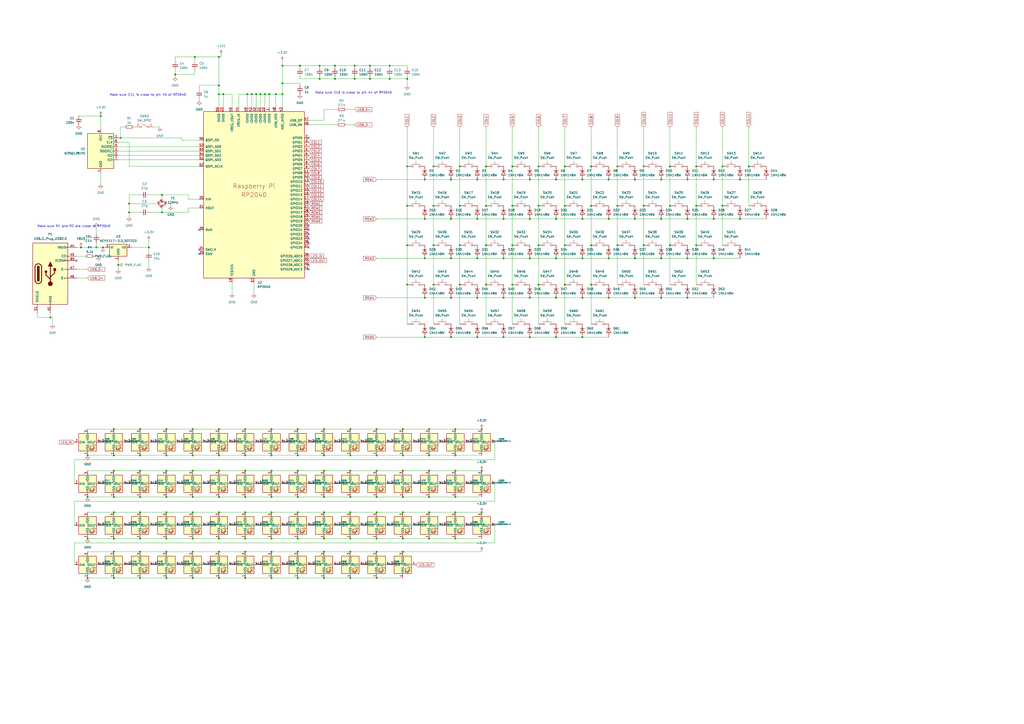
<source format=kicad_sch>
(kicad_sch (version 20230121) (generator eeschema)
  (paper "A2")
  (junction (at 383.54 104.14))
  (junction (at 157.48 335.28))
  (junction (at 312.42 165.1))
  (junction (at 398.78 127))
  (junction (at 414.02 104.14))
  (junction (at 111.76 273.05))
  (junction (at 218.44 320.04))
  (junction (at 248.92 312.42))
  (junction (at 261.62 172.72))
  (junction (at 59.69 143.51))
  (junction (at 322.58 104.14))
  (junction (at 373.38 96.52))
  (junction (at 203.2 312.42))
  (junction (at 66.04 312.42))
  (junction (at 187.96 288.29))
  (junction (at 127 273.05))
  (junction (at 50.8 288.29))
  (junction (at 261.62 104.14))
  (junction (at 292.1 104.14))
  (junction (at 281.94 96.52))
  (junction (at 226.06 45.72))
  (junction (at 322.58 127))
  (junction (at 373.38 142.24))
  (junction (at 142.24 335.28))
  (junction (at 101.6 43.18))
  (junction (at 322.58 195.58))
  (junction (at 96.52 288.29))
  (junction (at 157.48 320.04))
  (junction (at 297.18 96.52))
  (junction (at 66.04 297.18))
  (junction (at 307.34 172.72))
  (junction (at 251.46 119.38))
  (junction (at 292.1 172.72))
  (junction (at 292.1 195.58))
  (junction (at 233.68 273.05))
  (junction (at 281.94 142.24))
  (junction (at 342.9 119.38))
  (junction (at 327.66 119.38))
  (junction (at 226.06 38.1))
  (junction (at 69.85 80.01))
  (junction (at 111.76 320.04))
  (junction (at 142.24 264.16))
  (junction (at 292.1 149.86))
  (junction (at 156.21 54.61))
  (junction (at 414.02 127))
  (junction (at 50.8 335.28))
  (junction (at 368.3 104.14))
  (junction (at 157.48 248.92))
  (junction (at 353.06 104.14))
  (junction (at 203.2 273.05))
  (junction (at 358.14 96.52))
  (junction (at 261.62 195.58))
  (junction (at 172.72 273.05))
  (junction (at 96.52 273.05))
  (junction (at 383.54 127))
  (junction (at 151.13 54.61))
  (junction (at 276.86 172.72))
  (junction (at 187.96 248.92))
  (junction (at 127 248.92))
  (junction (at 127 335.28))
  (junction (at 81.28 273.05))
  (junction (at 297.18 165.1))
  (junction (at 111.76 312.42))
  (junction (at 96.52 335.28))
  (junction (at 353.06 127))
  (junction (at 266.7 142.24))
  (junction (at 246.38 104.14))
  (junction (at 246.38 127))
  (junction (at 264.16 288.29))
  (junction (at 337.82 195.58))
  (junction (at 187.96 320.04))
  (junction (at 233.68 297.18))
  (junction (at 342.9 96.52))
  (junction (at 307.34 149.86))
  (junction (at 113.03 33.02))
  (junction (at 218.44 335.28))
  (junction (at 218.44 264.16))
  (junction (at 398.78 149.86))
  (junction (at 142.24 248.92))
  (junction (at 233.68 248.92))
  (junction (at 246.38 172.72))
  (junction (at 312.42 119.38))
  (junction (at 187.96 335.28))
  (junction (at 96.52 248.92))
  (junction (at 353.06 172.72))
  (junction (at 66.04 273.05))
  (junction (at 322.58 149.86))
  (junction (at 185.42 45.72))
  (junction (at 163.83 54.61))
  (junction (at 337.82 149.86))
  (junction (at 342.9 142.24))
  (junction (at 127 49.53))
  (junction (at 172.72 288.29))
  (junction (at 337.82 172.72))
  (junction (at 388.62 142.24))
  (junction (at 96.52 297.18))
  (junction (at 218.44 288.29))
  (junction (at 279.4 248.92))
  (junction (at 93.98 123.19))
  (junction (at 248.92 273.05))
  (junction (at 358.14 119.38))
  (junction (at 96.52 312.42))
  (junction (at 266.7 165.1))
  (junction (at 248.92 264.16))
  (junction (at 160.02 54.61))
  (junction (at 251.46 142.24))
  (junction (at 236.22 45.72))
  (junction (at 281.94 165.1))
  (junction (at 251.46 96.52))
  (junction (at 337.82 127))
  (junction (at 127 312.42))
  (junction (at 403.86 96.52))
  (junction (at 279.4 273.05))
  (junction (at 127 320.04))
  (junction (at 127 264.16))
  (junction (at 246.38 195.58))
  (junction (at 236.22 96.52))
  (junction (at 203.2 288.29))
  (junction (at 327.66 142.24))
  (junction (at 29.21 184.15))
  (junction (at 66.04 288.29))
  (junction (at 157.48 264.16))
  (junction (at 81.28 320.04))
  (junction (at 187.96 264.16))
  (junction (at 292.1 127))
  (junction (at 388.62 119.38))
  (junction (at 203.2 248.92))
  (junction (at 142.24 320.04))
  (junction (at 205.74 38.1))
  (junction (at 142.24 312.42))
  (junction (at 368.3 127))
  (junction (at 58.42 67.31))
  (junction (at 214.63 38.1))
  (junction (at 398.78 104.14))
  (junction (at 327.66 165.1))
  (junction (at 148.59 54.61))
  (junction (at 66.04 248.92))
  (junction (at 46.99 143.51))
  (junction (at 264.16 312.42))
  (junction (at 185.42 38.1))
  (junction (at 261.62 149.86))
  (junction (at 81.28 335.28))
  (junction (at 50.8 312.42))
  (junction (at 236.22 119.38))
  (junction (at 297.18 142.24))
  (junction (at 55.88 143.51))
  (junction (at 81.28 248.92))
  (junction (at 233.68 312.42))
  (junction (at 233.68 264.16))
  (junction (at 281.94 119.38))
  (junction (at 50.8 264.16))
  (junction (at 172.72 312.42))
  (junction (at 127 33.02))
  (junction (at 153.67 54.61))
  (junction (at 279.4 297.18))
  (junction (at 322.58 172.72))
  (junction (at 358.14 142.24))
  (junction (at 383.54 149.86))
  (junction (at 353.06 149.86))
  (junction (at 142.24 297.18))
  (junction (at 337.82 104.14))
  (junction (at 248.92 288.29))
  (junction (at 429.26 104.14))
  (junction (at 218.44 297.18))
  (junction (at 248.92 248.92))
  (junction (at 157.48 312.42))
  (junction (at 163.83 38.1))
  (junction (at 414.02 149.86))
  (junction (at 172.72 335.28))
  (junction (at 398.78 172.72))
  (junction (at 373.38 119.38))
  (junction (at 81.28 297.18))
  (junction (at 86.36 143.51))
  (junction (at 429.26 127))
  (junction (at 236.22 142.24))
  (junction (at 264.16 264.16))
  (junction (at 203.2 320.04))
  (junction (at 146.05 54.61))
  (junction (at 111.76 297.18))
  (junction (at 266.7 96.52))
  (junction (at 172.72 248.92))
  (junction (at 218.44 248.92))
  (junction (at 157.48 273.05))
  (junction (at 218.44 312.42))
  (junction (at 194.31 45.72))
  (junction (at 127 297.18))
  (junction (at 419.1 96.52))
  (junction (at 307.34 195.58))
  (junction (at 205.74 45.72))
  (junction (at 142.24 273.05))
  (junction (at 383.54 172.72))
  (junction (at 129.54 54.61))
  (junction (at 233.68 320.04))
  (junction (at 187.96 297.18))
  (junction (at 264.16 297.18))
  (junction (at 127 54.61))
  (junction (at 246.38 149.86))
  (junction (at 203.2 335.28))
  (junction (at 172.72 297.18))
  (junction (at 236.22 165.1))
  (junction (at 172.72 320.04))
  (junction (at 172.72 264.16))
  (junction (at 419.1 119.38))
  (junction (at 81.28 312.42))
  (junction (at 276.86 127))
  (junction (at 81.28 264.16))
  (junction (at 142.24 288.29))
  (junction (at 66.04 264.16))
  (junction (at 111.76 335.28))
  (junction (at 194.31 38.1))
  (junction (at 96.52 264.16))
  (junction (at 307.34 104.14))
  (junction (at 163.83 48.26))
  (junction (at 66.04 320.04))
  (junction (at 127 288.29))
  (junction (at 342.9 165.1))
  (junction (at 143.51 54.61))
  (junction (at 68.58 153.67))
  (junction (at 403.86 119.38))
  (junction (at 297.18 119.38))
  (junction (at 266.7 119.38))
  (junction (at 203.2 264.16))
  (junction (at 388.62 96.52))
  (junction (at 264.16 248.92))
  (junction (at 93.98 113.03))
  (junction (at 251.46 165.1))
  (junction (at 111.76 288.29))
  (junction (at 214.63 45.72))
  (junction (at 312.42 96.52))
  (junction (at 74.93 123.19))
  (junction (at 403.86 142.24))
  (junction (at 261.62 127))
  (junction (at 233.68 288.29))
  (junction (at 81.28 288.29))
  (junction (at 173.99 38.1))
  (junction (at 111.76 248.92))
  (junction (at 66.04 335.28))
  (junction (at 203.2 297.18))
  (junction (at 111.76 264.16))
  (junction (at 276.86 149.86))
  (junction (at 96.52 320.04))
  (junction (at 157.48 288.29))
  (junction (at 368.3 149.86))
  (junction (at 187.96 312.42))
  (junction (at 327.66 96.52))
  (junction (at 157.48 297.18))
  (junction (at 276.86 195.58))
  (junction (at 218.44 273.05))
  (junction (at 312.42 142.24))
  (junction (at 307.34 127))
  (junction (at 276.86 104.14))
  (junction (at 264.16 273.05))
  (junction (at 187.96 273.05))
  (junction (at 74.93 118.11))
  (junction (at 368.3 172.72))
  (junction (at 434.34 96.52))
  (junction (at 248.92 297.18))
  (no_connect (at 179.07 156.21))
  (no_connect (at 179.07 130.81))
  (no_connect (at 179.07 135.89))
  (no_connect (at 115.57 133.35))
  (no_connect (at 179.07 153.67))
  (no_connect (at 44.45 151.13))
  (no_connect (at 179.07 143.51))
  (no_connect (at 179.07 140.97))
  (no_connect (at 115.57 147.32))
  (no_connect (at 179.07 80.01))
  (no_connect (at 179.07 138.43))
  (no_connect (at 115.57 144.78))
  (no_connect (at 179.07 133.35))
  (wire (pts (xy 307.34 104.14) (xy 322.58 104.14)))
  (wire (pts (xy 81.28 320.04) (xy 96.52 320.04)))
  (wire (pts (xy 55.88 143.51) (xy 55.88 140.97)))
  (wire (pts (xy 434.34 96.52) (xy 434.34 119.38)))
  (wire (pts (xy 266.7 73.66) (xy 266.7 96.52)))
  (wire (pts (xy 233.68 312.42) (xy 248.92 312.42)))
  (wire (pts (xy 81.28 288.29) (xy 96.52 288.29)))
  (wire (pts (xy 419.1 73.66) (xy 419.1 96.52)))
  (wire (pts (xy 93.98 113.03) (xy 93.98 115.57)))
  (wire (pts (xy 236.22 142.24) (xy 236.22 165.1)))
  (wire (pts (xy 403.86 142.24) (xy 403.86 165.1)))
  (wire (pts (xy 358.14 73.66) (xy 358.14 96.52)))
  (wire (pts (xy 50.8 297.18) (xy 66.04 297.18)))
  (wire (pts (xy 388.62 96.52) (xy 388.62 119.38)))
  (wire (pts (xy 203.2 312.42) (xy 218.44 312.42)))
  (wire (pts (xy 81.28 248.92) (xy 96.52 248.92)))
  (wire (pts (xy 429.26 104.14) (xy 444.5 104.14)))
  (wire (pts (xy 111.76 335.28) (xy 127 335.28)))
  (wire (pts (xy 185.42 38.1) (xy 173.99 38.1)))
  (wire (pts (xy 66.04 335.28) (xy 81.28 335.28)))
  (wire (pts (xy 156.21 54.61) (xy 156.21 62.23)))
  (wire (pts (xy 81.28 335.28) (xy 96.52 335.28)))
  (wire (pts (xy 264.16 264.16) (xy 279.4 264.16)))
  (wire (pts (xy 74.93 123.19) (xy 74.93 125.73)))
  (wire (pts (xy 43.18 314.96) (xy 43.18 327.66)))
  (wire (pts (xy 157.48 320.04) (xy 172.72 320.04)))
  (wire (pts (xy 76.2 143.51) (xy 86.36 143.51)))
  (wire (pts (xy 157.48 335.28) (xy 172.72 335.28)))
  (wire (pts (xy 214.63 38.1) (xy 205.74 38.1)))
  (wire (pts (xy 226.06 38.1) (xy 226.06 39.37)))
  (wire (pts (xy 327.66 96.52) (xy 327.66 119.38)))
  (wire (pts (xy 218.44 312.42) (xy 233.68 312.42)))
  (wire (pts (xy 248.92 273.05) (xy 264.16 273.05)))
  (wire (pts (xy 153.67 54.61) (xy 156.21 54.61)))
  (wire (pts (xy 368.3 149.86) (xy 383.54 149.86)))
  (wire (pts (xy 109.22 115.57) (xy 115.57 115.57)))
  (wire (pts (xy 236.22 165.1) (xy 236.22 187.96)))
  (wire (pts (xy 111.76 273.05) (xy 127 273.05)))
  (wire (pts (xy 163.83 48.26) (xy 163.83 54.61)))
  (wire (pts (xy 414.02 149.86) (xy 429.26 149.86)))
  (wire (pts (xy 172.72 288.29) (xy 187.96 288.29)))
  (wire (pts (xy 127 320.04) (xy 142.24 320.04)))
  (wire (pts (xy 50.8 288.29) (xy 66.04 288.29)))
  (wire (pts (xy 373.38 73.66) (xy 373.38 96.52)))
  (wire (pts (xy 66.04 248.92) (xy 81.28 248.92)))
  (wire (pts (xy 358.14 142.24) (xy 358.14 165.1)))
  (wire (pts (xy 86.36 139.7) (xy 86.36 143.51)))
  (wire (pts (xy 233.68 288.29) (xy 248.92 288.29)))
  (wire (pts (xy 337.82 195.58) (xy 353.06 195.58)))
  (wire (pts (xy 96.52 264.16) (xy 111.76 264.16)))
  (wire (pts (xy 127 49.53) (xy 127 54.61)))
  (wire (pts (xy 226.06 38.1) (xy 214.63 38.1)))
  (wire (pts (xy 403.86 96.52) (xy 403.86 119.38)))
  (wire (pts (xy 203.2 288.29) (xy 218.44 288.29)))
  (wire (pts (xy 173.99 44.45) (xy 173.99 45.72)))
  (wire (pts (xy 179.07 72.39) (xy 195.58 72.39)))
  (wire (pts (xy 194.31 38.1) (xy 194.31 39.37)))
  (wire (pts (xy 203.2 273.05) (xy 218.44 273.05)))
  (wire (pts (xy 147.32 163.83) (xy 147.32 170.18)))
  (wire (pts (xy 74.93 118.11) (xy 91.44 118.11)))
  (wire (pts (xy 287.02 304.8) (xy 287.02 314.96)))
  (wire (pts (xy 146.05 54.61) (xy 146.05 62.23)))
  (wire (pts (xy 236.22 44.45) (xy 236.22 45.72)))
  (wire (pts (xy 93.98 120.65) (xy 93.98 123.19)))
  (wire (pts (xy 236.22 45.72) (xy 236.22 49.53)))
  (wire (pts (xy 129.54 54.61) (xy 134.62 54.61)))
  (wire (pts (xy 173.99 38.1) (xy 173.99 39.37)))
  (wire (pts (xy 46.99 143.51) (xy 55.88 143.51)))
  (wire (pts (xy 281.94 73.66) (xy 281.94 96.52)))
  (wire (pts (xy 142.24 297.18) (xy 157.48 297.18)))
  (wire (pts (xy 157.48 288.29) (xy 172.72 288.29)))
  (wire (pts (xy 353.06 104.14) (xy 368.3 104.14)))
  (wire (pts (xy 96.52 273.05) (xy 111.76 273.05)))
  (wire (pts (xy 297.18 96.52) (xy 297.18 119.38)))
  (wire (pts (xy 353.06 172.72) (xy 368.3 172.72)))
  (wire (pts (xy 187.96 335.28) (xy 203.2 335.28)))
  (wire (pts (xy 251.46 142.24) (xy 251.46 165.1)))
  (wire (pts (xy 276.86 104.14) (xy 292.1 104.14)))
  (wire (pts (xy 312.42 96.52) (xy 312.42 119.38)))
  (wire (pts (xy 172.72 320.04) (xy 187.96 320.04)))
  (wire (pts (xy 69.85 80.01) (xy 105.41 80.01)))
  (wire (pts (xy 134.62 163.83) (xy 134.62 170.18)))
  (wire (pts (xy 419.1 119.38) (xy 419.1 142.24)))
  (wire (pts (xy 111.76 288.29) (xy 127 288.29)))
  (wire (pts (xy 281.94 96.52) (xy 281.94 119.38)))
  (wire (pts (xy 246.38 172.72) (xy 261.62 172.72)))
  (wire (pts (xy 233.68 248.92) (xy 248.92 248.92)))
  (wire (pts (xy 101.6 43.18) (xy 101.6 44.45)))
  (wire (pts (xy 187.96 69.85) (xy 187.96 63.5)))
  (wire (pts (xy 414.02 127) (xy 429.26 127)))
  (wire (pts (xy 307.34 172.72) (xy 322.58 172.72)))
  (wire (pts (xy 129.54 54.61) (xy 127 54.61)))
  (wire (pts (xy 218.44 104.14) (xy 246.38 104.14)))
  (wire (pts (xy 127 33.02) (xy 127 49.53)))
  (wire (pts (xy 342.9 165.1) (xy 342.9 187.96)))
  (wire (pts (xy 157.48 312.42) (xy 172.72 312.42)))
  (wire (pts (xy 172.72 273.05) (xy 187.96 273.05)))
  (wire (pts (xy 68.58 153.67) (xy 68.58 156.21)))
  (wire (pts (xy 203.2 248.92) (xy 218.44 248.92)))
  (wire (pts (xy 151.13 54.61) (xy 151.13 62.23)))
  (wire (pts (xy 342.9 142.24) (xy 342.9 165.1)))
  (wire (pts (xy 281.94 165.1) (xy 281.94 187.96)))
  (wire (pts (xy 337.82 172.72) (xy 353.06 172.72)))
  (wire (pts (xy 127 288.29) (xy 142.24 288.29)))
  (wire (pts (xy 74.93 118.11) (xy 74.93 123.19)))
  (wire (pts (xy 55.88 143.51) (xy 59.69 143.51)))
  (wire (pts (xy 246.38 149.86) (xy 261.62 149.86)))
  (wire (pts (xy 142.24 264.16) (xy 157.48 264.16)))
  (wire (pts (xy 127 54.61) (xy 127 62.23)))
  (wire (pts (xy 74.93 96.52) (xy 115.57 96.52)))
  (wire (pts (xy 251.46 119.38) (xy 251.46 142.24)))
  (wire (pts (xy 383.54 104.14) (xy 398.78 104.14)))
  (wire (pts (xy 297.18 73.66) (xy 297.18 96.52)))
  (wire (pts (xy 128.27 31.75) (xy 128.27 33.02)))
  (wire (pts (xy 68.58 151.13) (xy 68.58 153.67)))
  (wire (pts (xy 127 33.02) (xy 128.27 33.02)))
  (wire (pts (xy 264.16 273.05) (xy 279.4 273.05)))
  (wire (pts (xy 322.58 172.72) (xy 337.82 172.72)))
  (wire (pts (xy 81.28 312.42) (xy 96.52 312.42)))
  (wire (pts (xy 163.83 38.1) (xy 163.83 48.26)))
  (wire (pts (xy 96.52 297.18) (xy 111.76 297.18)))
  (wire (pts (xy 327.66 119.38) (xy 327.66 142.24)))
  (wire (pts (xy 388.62 119.38) (xy 388.62 142.24)))
  (wire (pts (xy 157.48 264.16) (xy 172.72 264.16)))
  (wire (pts (xy 66.04 312.42) (xy 81.28 312.42)))
  (wire (pts (xy 187.96 63.5) (xy 195.58 63.5)))
  (wire (pts (xy 322.58 127) (xy 337.82 127)))
  (wire (pts (xy 233.68 320.04) (xy 279.4 320.04)))
  (wire (pts (xy 111.76 312.42) (xy 127 312.42)))
  (wire (pts (xy 66.04 273.05) (xy 81.28 273.05)))
  (wire (pts (xy 307.34 127) (xy 322.58 127)))
  (wire (pts (xy 127 335.28) (xy 142.24 335.28)))
  (wire (pts (xy 113.03 40.64) (xy 113.03 43.18)))
  (wire (pts (xy 246.38 195.58) (xy 261.62 195.58)))
  (wire (pts (xy 172.72 264.16) (xy 187.96 264.16)))
  (wire (pts (xy 287.02 266.7) (xy 43.18 266.7)))
  (wire (pts (xy 29.21 184.15) (xy 30.48 184.15)))
  (wire (pts (xy 44.45 161.29) (xy 50.8 161.29)))
  (wire (pts (xy 81.28 273.05) (xy 96.52 273.05)))
  (wire (pts (xy 44.45 148.59) (xy 49.53 148.59)))
  (wire (pts (xy 127 312.42) (xy 142.24 312.42)))
  (wire (pts (xy 127 273.05) (xy 142.24 273.05)))
  (wire (pts (xy 236.22 38.1) (xy 226.06 38.1)))
  (wire (pts (xy 261.62 172.72) (xy 276.86 172.72)))
  (wire (pts (xy 50.8 248.92) (xy 66.04 248.92)))
  (wire (pts (xy 281.94 142.24) (xy 281.94 165.1)))
  (wire (pts (xy 101.6 43.18) (xy 113.03 43.18)))
  (wire (pts (xy 322.58 195.58) (xy 337.82 195.58)))
  (wire (pts (xy 248.92 264.16) (xy 264.16 264.16)))
  (wire (pts (xy 96.52 312.42) (xy 111.76 312.42)))
  (wire (pts (xy 266.7 96.52) (xy 266.7 119.38)))
  (wire (pts (xy 205.74 38.1) (xy 194.31 38.1)))
  (wire (pts (xy 236.22 73.66) (xy 236.22 96.52)))
  (wire (pts (xy 66.04 264.16) (xy 81.28 264.16)))
  (wire (pts (xy 287.02 280.67) (xy 287.02 290.83)))
  (wire (pts (xy 287.02 256.54) (xy 287.02 266.7)))
  (wire (pts (xy 68.58 87.63) (xy 115.57 87.63)))
  (wire (pts (xy 92.71 73.66) (xy 88.9 73.66)))
  (wire (pts (xy 292.1 104.14) (xy 307.34 104.14)))
  (wire (pts (xy 218.44 149.86) (xy 246.38 149.86)))
  (wire (pts (xy 307.34 149.86) (xy 322.58 149.86)))
  (wire (pts (xy 143.51 54.61) (xy 146.05 54.61)))
  (wire (pts (xy 194.31 44.45) (xy 194.31 45.72)))
  (wire (pts (xy 297.18 142.24) (xy 297.18 165.1)))
  (wire (pts (xy 96.52 118.11) (xy 99.06 118.11)))
  (wire (pts (xy 101.6 35.56) (xy 101.6 33.02)))
  (wire (pts (xy 187.96 248.92) (xy 203.2 248.92)))
  (wire (pts (xy 292.1 127) (xy 307.34 127)))
  (wire (pts (xy 261.62 149.86) (xy 276.86 149.86)))
  (wire (pts (xy 342.9 119.38) (xy 342.9 142.24)))
  (wire (pts (xy 153.67 54.61) (xy 153.67 62.23)))
  (wire (pts (xy 276.86 172.72) (xy 292.1 172.72)))
  (wire (pts (xy 205.74 38.1) (xy 205.74 39.37)))
  (wire (pts (xy 115.57 120.65) (xy 109.22 120.65)))
  (wire (pts (xy 146.05 54.61) (xy 148.59 54.61)))
  (wire (pts (xy 261.62 104.14) (xy 276.86 104.14)))
  (wire (pts (xy 312.42 142.24) (xy 312.42 165.1)))
  (wire (pts (xy 281.94 119.38) (xy 281.94 142.24)))
  (wire (pts (xy 143.51 54.61) (xy 143.51 62.23)))
  (wire (pts (xy 251.46 73.66) (xy 251.46 96.52)))
  (wire (pts (xy 21.59 184.15) (xy 29.21 184.15)))
  (wire (pts (xy 342.9 73.66) (xy 342.9 96.52)))
  (wire (pts (xy 373.38 142.24) (xy 373.38 165.1)))
  (wire (pts (xy 337.82 149.86) (xy 353.06 149.86)))
  (wire (pts (xy 388.62 73.66) (xy 388.62 96.52)))
  (wire (pts (xy 111.76 248.92) (xy 127 248.92)))
  (wire (pts (xy 96.52 335.28) (xy 111.76 335.28)))
  (wire (pts (xy 353.06 149.86) (xy 368.3 149.86)))
  (wire (pts (xy 358.14 96.52) (xy 358.14 119.38)))
  (wire (pts (xy 187.96 297.18) (xy 203.2 297.18)))
  (wire (pts (xy 218.44 297.18) (xy 233.68 297.18)))
  (wire (pts (xy 353.06 127) (xy 368.3 127)))
  (wire (pts (xy 403.86 73.66) (xy 403.86 96.52)))
  (wire (pts (xy 44.45 143.51) (xy 46.99 143.51)))
  (wire (pts (xy 109.22 120.65) (xy 109.22 123.19)))
  (wire (pts (xy 266.7 119.38) (xy 266.7 142.24)))
  (wire (pts (xy 172.72 248.92) (xy 187.96 248.92)))
  (wire (pts (xy 101.6 33.02) (xy 113.03 33.02)))
  (wire (pts (xy 163.83 48.26) (xy 173.99 48.26)))
  (wire (pts (xy 172.72 297.18) (xy 187.96 297.18)))
  (wire (pts (xy 68.58 92.71) (xy 115.57 92.71)))
  (wire (pts (xy 292.1 172.72) (xy 307.34 172.72)))
  (wire (pts (xy 194.31 45.72) (xy 205.74 45.72)))
  (wire (pts (xy 292.1 195.58) (xy 307.34 195.58)))
  (wire (pts (xy 264.16 288.29) (xy 279.4 288.29)))
  (wire (pts (xy 69.85 80.01) (xy 68.58 80.01)))
  (wire (pts (xy 81.28 297.18) (xy 96.52 297.18)))
  (wire (pts (xy 105.41 81.28) (xy 115.57 81.28)))
  (wire (pts (xy 292.1 149.86) (xy 307.34 149.86)))
  (wire (pts (xy 327.66 142.24) (xy 327.66 165.1)))
  (wire (pts (xy 233.68 273.05) (xy 248.92 273.05)))
  (wire (pts (xy 45.72 67.31) (xy 58.42 67.31)))
  (wire (pts (xy 214.63 38.1) (xy 214.63 39.37)))
  (wire (pts (xy 148.59 54.61) (xy 151.13 54.61)))
  (wire (pts (xy 101.6 40.64) (xy 101.6 43.18)))
  (wire (pts (xy 261.62 195.58) (xy 276.86 195.58)))
  (wire (pts (xy 185.42 44.45) (xy 185.42 45.72)))
  (wire (pts (xy 172.72 312.42) (xy 187.96 312.42)))
  (wire (pts (xy 43.18 290.83) (xy 43.18 304.8)))
  (wire (pts (xy 312.42 119.38) (xy 312.42 142.24)))
  (wire (pts (xy 157.48 297.18) (xy 172.72 297.18)))
  (wire (pts (xy 50.8 320.04) (xy 66.04 320.04)))
  (wire (pts (xy 233.68 297.18) (xy 248.92 297.18)))
  (wire (pts (xy 218.44 320.04) (xy 233.68 320.04)))
  (wire (pts (xy 398.78 149.86) (xy 414.02 149.86)))
  (wire (pts (xy 74.93 113.03) (xy 74.93 118.11)))
  (wire (pts (xy 66.04 320.04) (xy 81.28 320.04)))
  (wire (pts (xy 172.72 335.28) (xy 187.96 335.28)))
  (wire (pts (xy 218.44 127) (xy 246.38 127)))
  (wire (pts (xy 200.66 72.39) (xy 205.74 72.39)))
  (wire (pts (xy 200.66 63.5) (xy 205.74 63.5)))
  (wire (pts (xy 287.02 314.96) (xy 43.18 314.96)))
  (wire (pts (xy 373.38 119.38) (xy 373.38 142.24)))
  (wire (pts (xy 276.86 149.86) (xy 292.1 149.86)))
  (wire (pts (xy 142.24 273.05) (xy 157.48 273.05)))
  (wire (pts (xy 246.38 127) (xy 261.62 127)))
  (wire (pts (xy 214.63 45.72) (xy 226.06 45.72)))
  (wire (pts (xy 414.02 104.14) (xy 429.26 104.14)))
  (wire (pts (xy 297.18 119.38) (xy 297.18 142.24)))
  (wire (pts (xy 383.54 149.86) (xy 398.78 149.86)))
  (wire (pts (xy 187.96 288.29) (xy 203.2 288.29)))
  (wire (pts (xy 142.24 312.42) (xy 157.48 312.42)))
  (wire (pts (xy 127 297.18) (xy 142.24 297.18)))
  (wire (pts (xy 30.48 184.15) (xy 30.48 187.96)))
  (wire (pts (xy 205.74 44.45) (xy 205.74 45.72)))
  (wire (pts (xy 203.2 320.04) (xy 218.44 320.04)))
  (wire (pts (xy 54.61 148.59) (xy 57.15 148.59)))
  (wire (pts (xy 287.02 290.83) (xy 43.18 290.83)))
  (wire (pts (xy 58.42 67.31) (xy 58.42 74.93)))
  (wire (pts (xy 226.06 45.72) (xy 236.22 45.72)))
  (wire (pts (xy 337.82 104.14) (xy 353.06 104.14)))
  (wire (pts (xy 99.06 118.11) (xy 99.06 119.38)))
  (wire (pts (xy 388.62 142.24) (xy 388.62 165.1)))
  (wire (pts (xy 251.46 165.1) (xy 251.46 187.96)))
  (wire (pts (xy 226.06 44.45) (xy 226.06 45.72)))
  (wire (pts (xy 127 248.92) (xy 142.24 248.92)))
  (wire (pts (xy 68.58 85.09) (xy 115.57 85.09)))
  (wire (pts (xy 50.8 312.42) (xy 66.04 312.42)))
  (wire (pts (xy 233.68 264.16) (xy 248.92 264.16)))
  (wire (pts (xy 248.92 288.29) (xy 264.16 288.29)))
  (wire (pts (xy 246.38 104.14) (xy 261.62 104.14)))
  (wire (pts (xy 50.8 335.28) (xy 66.04 335.28)))
  (wire (pts (xy 187.96 320.04) (xy 203.2 320.04)))
  (wire (pts (xy 185.42 38.1) (xy 185.42 39.37)))
  (wire (pts (xy 66.04 288.29) (xy 81.28 288.29)))
  (wire (pts (xy 68.58 90.17) (xy 115.57 90.17)))
  (wire (pts (xy 151.13 54.61) (xy 153.67 54.61)))
  (wire (pts (xy 148.59 54.61) (xy 148.59 62.23)))
  (wire (pts (xy 58.42 106.68) (xy 58.42 100.33)))
  (wire (pts (xy 109.22 113.03) (xy 109.22 115.57)))
  (wire (pts (xy 68.58 82.55) (xy 74.93 82.55)))
  (wire (pts (xy 127 264.16) (xy 142.24 264.16)))
  (wire (pts (xy 69.85 80.01) (xy 69.85 73.66)))
  (wire (pts (xy 111.76 264.16) (xy 127 264.16)))
  (wire (pts (xy 44.45 156.21) (xy 50.8 156.21)))
  (wire (pts (xy 203.2 335.28) (xy 218.44 335.28)))
  (wire (pts (xy 115.57 49.53) (xy 127 49.53)))
  (wire (pts (xy 187.96 312.42) (xy 203.2 312.42)))
  (wire (pts (xy 251.46 96.52) (xy 251.46 119.38)))
  (wire (pts (xy 29.21 181.61) (xy 29.21 184.15)))
  (wire (pts (xy 236.22 119.38) (xy 236.22 142.24)))
  (wire (pts (xy 96.52 320.04) (xy 111.76 320.04)))
  (wire (pts (xy 312.42 165.1) (xy 312.42 187.96)))
  (wire (pts (xy 160.02 54.61) (xy 160.02 62.23)))
  (wire (pts (xy 173.99 38.1) (xy 163.83 38.1)))
  (wire (pts (xy 307.34 195.58) (xy 322.58 195.58)))
  (wire (pts (xy 86.36 123.19) (xy 93.98 123.19)))
  (wire (pts (xy 105.41 80.01) (xy 105.41 81.28)))
  (wire (pts (xy 214.63 44.45) (xy 214.63 45.72)))
  (wire (pts (xy 163.83 38.1) (xy 163.83 35.56)))
  (wire (pts (xy 312.42 73.66) (xy 312.42 96.52)))
  (wire (pts (xy 187.96 273.05) (xy 203.2 273.05)))
  (wire (pts (xy 368.3 127) (xy 383.54 127)))
  (wire (pts (xy 157.48 273.05) (xy 172.72 273.05)))
  (wire (pts (xy 96.52 248.92) (xy 111.76 248.92)))
  (wire (pts (xy 111.76 320.04) (xy 127 320.04)))
  (wire (pts (xy 113.03 33.02) (xy 113.03 35.56)))
  (wire (pts (xy 129.54 62.23) (xy 129.54 54.61)))
  (wire (pts (xy 327.66 73.66) (xy 327.66 96.52)))
  (wire (pts (xy 261.62 127) (xy 276.86 127)))
  (wire (pts (xy 179.07 69.85) (xy 187.96 69.85)))
  (wire (pts (xy 248.92 297.18) (xy 264.16 297.18)))
  (wire (pts (xy 142.24 320.04) (xy 157.48 320.04)))
  (wire (pts (xy 134.62 62.23) (xy 134.62 54.61)))
  (wire (pts (xy 93.98 123.19) (xy 109.22 123.19)))
  (wire (pts (xy 74.93 113.03) (xy 81.28 113.03)))
  (wire (pts (xy 218.44 273.05) (xy 233.68 273.05)))
  (wire (pts (xy 86.36 113.03) (xy 93.98 113.03)))
  (wire (pts (xy 50.8 264.16) (xy 66.04 264.16)))
  (wire (pts (xy 322.58 104.14) (xy 337.82 104.14)))
  (wire (pts (xy 342.9 96.52) (xy 342.9 119.38)))
  (wire (pts (xy 398.78 127) (xy 414.02 127)))
  (wire (pts (xy 163.83 54.61) (xy 163.83 62.23)))
  (wire (pts (xy 43.18 266.7) (xy 43.18 280.67)))
  (wire (pts (xy 276.86 195.58) (xy 292.1 195.58)))
  (wire (pts (xy 419.1 96.52) (xy 419.1 119.38)))
  (wire (pts (xy 138.43 54.61) (xy 143.51 54.61)))
  (wire (pts (xy 78.74 73.66) (xy 77.47 73.66)))
  (wire (pts (xy 194.31 38.1) (xy 185.42 38.1)))
  (wire (pts (xy 368.3 104.14) (xy 383.54 104.14)))
  (wire (pts (xy 218.44 335.28) (xy 233.68 335.28)))
  (wire (pts (xy 115.57 57.15) (xy 115.57 58.42)))
  (wire (pts (xy 264.16 297.18) (xy 279.4 297.18)))
  (wire (pts (xy 113.03 33.02) (xy 127 33.02)))
  (wire (pts (xy 74.93 123.19) (xy 81.28 123.19)))
  (wire (pts (xy 203.2 297.18) (xy 218.44 297.18)))
  (wire (pts (xy 218.44 264.16) (xy 233.68 264.16)))
  (wire (pts (xy 138.43 54.61) (xy 138.43 62.23)))
  (wire (pts (xy 322.58 149.86) (xy 337.82 149.86)))
  (wire (pts (xy 86.36 143.51) (xy 86.36 146.05)))
  (wire (pts (xy 403.86 119.38) (xy 403.86 142.24)))
  (wire (pts (xy 142.24 248.92) (xy 157.48 248.92)))
  (wire (pts (xy 160.02 54.61) (xy 163.83 54.61)))
  (wire (pts (xy 368.3 172.72) (xy 383.54 172.72)))
  (wire (pts (xy 266.7 165.1) (xy 266.7 187.96)))
  (wire (pts (xy 218.44 172.72) (xy 246.38 172.72)))
  (wire (pts (xy 21.59 181.61) (xy 21.59 184.15)))
  (wire (pts (xy 266.7 142.24) (xy 266.7 165.1)))
  (wire (pts (xy 55.88 135.89) (xy 55.88 132.08)))
  (wire (pts (xy 434.34 73.66) (xy 434.34 96.52)))
  (wire (pts (xy 187.96 264.16) (xy 203.2 264.16)))
  (wire (pts (xy 429.26 127) (xy 444.5 127)))
  (wire (pts (xy 297.18 165.1) (xy 297.18 187.96)))
  (wire (pts (xy 383.54 172.72) (xy 398.78 172.72)))
  (wire (pts (xy 373.38 96.52) (xy 373.38 119.38)))
  (wire (pts (xy 327.66 165.1) (xy 327.66 187.96)))
  (wire (pts (xy 185.42 45.72) (xy 194.31 45.72)))
  (wire (pts (xy 66.04 297.18) (xy 81.28 297.18)))
  (wire (pts (xy 93.98 113.03) (xy 109.22 113.03)))
  (wire (pts (xy 337.82 127) (xy 353.06 127)))
  (wire (pts (xy 111.76 297.18) (xy 127 297.18)))
  (wire (pts (xy 205.74 45.72) (xy 214.63 45.72)))
  (wire (pts (xy 173.99 45.72) (xy 185.42 45.72)))
  (wire (pts (xy 358.14 119.38) (xy 358.14 142.24)))
  (wire (pts (xy 96.52 288.29) (xy 111.76 288.29)))
  (wire (pts (xy 398.78 104.14) (xy 414.02 104.14)))
  (wire (pts (xy 173.99 49.53) (xy 173.99 48.26)))
  (wire (pts (xy 248.92 312.42) (xy 264.16 312.42)))
  (wire (pts (xy 86.36 151.13) (xy 86.36 154.94)))
  (wire (pts (xy 50.8 273.05) (xy 66.04 273.05)))
  (wire (pts (xy 157.48 248.92) (xy 172.72 248.92)))
  (wire (pts (xy 142.24 335.28) (xy 157.48 335.28)))
  (wire (pts (xy 218.44 195.58) (xy 246.38 195.58)))
  (wire (pts (xy 248.92 248.92) (xy 264.16 248.92)))
  (wire (pts (xy 276.86 127) (xy 292.1 127)))
  (wire (pts (xy 218.44 248.92) (xy 233.68 248.92)))
  (wire (pts (xy 264.16 248.92) (xy 279.4 248.92)))
  (wire (pts (xy 81.28 264.16) (xy 96.52 264.16)))
  (wire (pts (xy 218.44 288.29) (xy 233.68 288.29)))
  (wire (pts (xy 398.78 172.72) (xy 414.02 172.72)))
  (wire (pts (xy 74.93 82.55) (xy 74.93 96.52)))
  (wire (pts (xy 236.22 96.52) (xy 236.22 119.38)))
  (wire (pts (xy 115.57 52.07) (xy 115.57 49.53)))
  (wire (pts (xy 236.22 39.37) (xy 236.22 38.1)))
  (wire (pts (xy 142.24 288.29) (xy 157.48 288.29)))
  (wire (pts (xy 203.2 264.16) (xy 218.44 264.16)))
  (wire (pts (xy 69.85 73.66) (xy 72.39 73.66)))
  (wire (pts (xy 156.21 54.61) (xy 160.02 54.61)))
  (wire (pts (xy 383.54 127) (xy 398.78 127)))
  (wire (pts (xy 264.16 312.42) (xy 279.4 312.42)))
  (wire (pts (xy 59.69 143.51) (xy 60.96 143.51)))
  (text "Make sure R1 and R2 are close to RP2040\n" (at 21.59 132.08 0) (effects (font (size 1.27 1.27)) (justify left bottom)))
  (text "Make sure C10 is close to pin 44 of RP2040\n" (at 182.88 54.61 0) (effects (font (size 1.27 1.27)) (justify left bottom)))
  (text "Make sure C11 is close to pin 45 of RP2040" (at 63.5 55.88 0) (effects (font (size 1.27 1.27)) (justify left bottom)))
  (global_label "ROW4" (shape input) (at 218.44 172.72 180) (property "Intersheetrefs" "${INTERSHEET_REFS}" (effects hide)))
  (global_label "COL3" (shape input) (at 266.7 73.66 90) (property "Intersheetrefs" "${INTERSHEET_REFS}" (effects hide)))
  (global_label "ROW2" (shape input) (at 218.44 127 180) (property "Intersheetrefs" "${INTERSHEET_REFS}" (effects hide)))
  (global_label "COL13" (shape input) (at 179.07 113.03 0) (property "Intersheetrefs" "${INTERSHEET_REFS}" (effects hide)))
  (global_label "COL1" (shape input) (at 236.22 73.66 90) (property "Intersheetrefs" "${INTERSHEET_REFS}" (effects hide)))
  (global_label "USB_D-" (shape input) (at 205.74 72.39 0) (property "Intersheetrefs" "${INTERSHEET_REFS}" (effects hide)))
  (global_label "COL10" (shape input) (at 373.38 73.66 90) (property "Intersheetrefs" "${INTERSHEET_REFS}" (effects hide)))
  (global_label "ROW1" (shape input) (at 179.07 118.11 0) (property "Intersheetrefs" "${INTERSHEET_REFS}" (effects hide)))
  (global_label "COL1" (shape input) (at 179.07 82.55 0) (property "Intersheetrefs" "${INTERSHEET_REFS}" (effects hide)))
  (global_label "USB_D-" (shape input) (at 50.8 156.21 0) (property "Intersheetrefs" "${INTERSHEET_REFS}" (effects hide)))
  (global_label "COL4" (shape input) (at 179.07 90.17 0) (property "Intersheetrefs" "${INTERSHEET_REFS}" (effects hide)))
  (global_label "ROW1" (shape input) (at 218.44 104.14 180) (property "Intersheetrefs" "${INTERSHEET_REFS}" (effects hide)))
  (global_label "ROW5" (shape input) (at 218.44 195.58 180) (property "Intersheetrefs" "${INTERSHEET_REFS}" (effects hide)))
  (global_label "COL5" (shape input) (at 179.07 92.71 0) (property "Intersheetrefs" "${INTERSHEET_REFS}" (effects hide)))
  (global_label "COL8" (shape input) (at 179.07 100.33 0) (property "Intersheetrefs" "${INTERSHEET_REFS}" (effects hide)))
  (global_label "ROW4" (shape input) (at 179.07 125.73 0) (property "Intersheetrefs" "${INTERSHEET_REFS}" (effects hide)))
  (global_label "COL7" (shape input) (at 327.66 73.66 90) (property "Intersheetrefs" "${INTERSHEET_REFS}" (effects hide)))
  (global_label "USB_D+" (shape input) (at 205.74 63.5 0) (property "Intersheetrefs" "${INTERSHEET_REFS}" (effects hide)))
  (global_label "COL9" (shape input) (at 358.14 73.66 90) (property "Intersheetrefs" "${INTERSHEET_REFS}" (effects hide)))
  (global_label "COL6" (shape input) (at 179.07 95.25 0) (property "Intersheetrefs" "${INTERSHEET_REFS}" (effects hide)))
  (global_label "LED_IN" (shape input) (at 43.18 256.54 180) (property "Intersheetrefs" "${INTERSHEET_REFS}" (effects hide)))
  (global_label "ROW3" (shape input) (at 179.07 123.19 0) (property "Intersheetrefs" "${INTERSHEET_REFS}" (effects hide)))
  (global_label "COL13" (shape input) (at 419.1 73.66 90) (property "Intersheetrefs" "${INTERSHEET_REFS}" (effects hide)))
  (global_label "COL9" (shape input) (at 179.07 102.87 0) (property "Intersheetrefs" "${INTERSHEET_REFS}" (effects hide)))
  (global_label "COL12" (shape input) (at 403.86 73.66 90) (property "Intersheetrefs" "${INTERSHEET_REFS}" (effects hide)))
  (global_label "LED_OUT" (shape input) (at 241.3 327.66 0) (property "Intersheetrefs" "${INTERSHEET_REFS}" (effects hide)))
  (global_label "USB_D+" (shape input) (at 50.8 161.29 0) (property "Intersheetrefs" "${INTERSHEET_REFS}" (effects hide)))
  (global_label "ROW5" (shape input) (at 179.07 128.27 0) (property "Intersheetrefs" "${INTERSHEET_REFS}" (effects hide)))
  (global_label "COL5" (shape input) (at 297.18 73.66 90) (property "Intersheetrefs" "${INTERSHEET_REFS}" (effects hide)))
  (global_label "COL2" (shape input) (at 251.46 73.66 90) (property "Intersheetrefs" "${INTERSHEET_REFS}" (effects hide)))
  (global_label "COL2" (shape input) (at 179.07 85.09 0) (property "Intersheetrefs" "${INTERSHEET_REFS}" (effects hide)))
  (global_label "ROW3" (shape input) (at 218.44 149.86 180) (property "Intersheetrefs" "${INTERSHEET_REFS}" (effects hide)))
  (global_label "LED_OUT" (shape input) (at 179.07 151.13 0) (property "Intersheetrefs" "${INTERSHEET_REFS}" (effects hide)))
  (global_label "COL14" (shape input) (at 434.34 73.66 90) (property "Intersheetrefs" "${INTERSHEET_REFS}" (effects hide)))
  (global_label "ROW2" (shape input) (at 179.07 120.65 0) (property "Intersheetrefs" "${INTERSHEET_REFS}" (effects hide)))
  (global_label "COL6" (shape input) (at 312.42 73.66 90) (property "Intersheetrefs" "${INTERSHEET_REFS}" (effects hide)))
  (global_label "COL11" (shape input) (at 179.07 107.95 0) (property "Intersheetrefs" "${INTERSHEET_REFS}" (effects hide)))
  (global_label "COL10" (shape input) (at 179.07 105.41 0) (property "Intersheetrefs" "${INTERSHEET_REFS}" (effects hide)))
  (global_label "LED_IN" (shape input) (at 179.07 148.59 0) (property "Intersheetrefs" "${INTERSHEET_REFS}" (effects hide)))
  (global_label "COL11" (shape input) (at 388.62 73.66 90) (property "Intersheetrefs" "${INTERSHEET_REFS}" (effects hide)))
  (global_label "COL14" (shape input) (at 179.07 115.57 0) (property "Intersheetrefs" "${INTERSHEET_REFS}" (effects hide)))
  (global_label "COL8" (shape input) (at 342.9 73.66 90) (property "Intersheetrefs" "${INTERSHEET_REFS}" (effects hide)))
  (global_label "COL12" (shape input) (at 179.07 110.49 0) (property "Intersheetrefs" "${INTERSHEET_REFS}" (effects hide)))
  (global_label "COL7" (shape input) (at 179.07 97.79 0) (property "Intersheetrefs" "${INTERSHEET_REFS}" (effects hide)))
  (global_label "COL3" (shape input) (at 179.07 87.63 0) (property "Intersheetrefs" "${INTERSHEET_REFS}" (effects hide)))
  (global_label "COL4" (shape input) (at 281.94 73.66 90) (property "Intersheetrefs" "${INTERSHEET_REFS}" (effects hide)))
  (symbol (lib_id "Diode:1N4148W") (at 276.86 168.91 270) (unit 1)
    (property "Reference" "D44" (at 279.4 167.64 90) (effects (justify left)))
    (property "Value" "1N4148W" (at 279.4 170.18 90) (effects (justify left)))
    (property "Footprint" "Diode_SMD:D_SOD-523" (effects hide))
    (property "Datasheet" "https://www.vishay.com/docs/85748/1n4148w.pdf" (effects hide))
    (property "Sim.Device" "D" (effects hide))
    (property "Sim.Pins" "1=K 2=A" (effects hide))
  )
  (symbol (lib_id "Diode:1N4148W") (at 261.62 100.33 270) (unit 1)
    (property "Reference" "D2" (at 264.16 99.06 90) (effects (justify left)))
    (property "Value" "1N4148W" (at 264.16 101.6 90) (effects (justify left)))
    (property "Footprint" "Diode_SMD:D_SOD-523" (effects hide))
    (property "Datasheet" "https://www.vishay.com/docs/85748/1n4148w.pdf" (effects hide))
    (property "Sim.Device" "D" (effects hide))
    (property "Sim.Pins" "1=K 2=A" (effects hide))
  )
  (symbol (lib_id "power:GND") (at 147.32 170.18 0) (unit 1)
    (property "Reference" "#PWR011" (effects hide))
    (property "Value" "GND" (at 147.32 175.26 0))
  )
  (symbol (lib_id "power:+3.3V") (at 58.42 67.31 0) (mirror y) (unit 1)
    (property "Reference" "#PWR02" (effects hide))
    (property "Value" "+3.3V" (at 58.42 62.23 0))
  )
  (symbol (lib_id "Diode:1N4148W") (at 398.78 146.05 270) (unit 1)
    (property "Reference" "D39" (at 401.32 144.78 90) (effects (justify left)))
    (property "Value" "1N4148W" (at 401.32 147.32 90) (effects (justify left)))
    (property "Footprint" "Diode_SMD:D_SOD-523" (effects hide))
    (property "Datasheet" "https://www.vishay.com/docs/85748/1n4148w.pdf" (effects hide))
    (property "Sim.Device" "D" (effects hide))
    (property "Sim.Pins" "1=K 2=A" (effects hide))
  )
  (symbol (lib_id "power:+3.3V") (at 279.4 320.04 0) (unit 1)
    (property "Reference" "#PWR029" (effects hide))
    (property "Value" "+3.3V" (at 279.4 314.96 0))
  )
  (symbol (lib_id "power:GND") (at 99.06 119.38 0) (unit 1)
    (property "Reference" "#PWR06" (effects hide))
    (property "Value" "GND" (at 99.06 124.46 0))
  )
  (symbol (lib_id "Switch:SW_Push") (at 332.74 96.52 0) (unit 1)
    (property "Reference" "SW7" (at 332.74 88.9 0))
    (property "Value" "SW_Push" (at 332.74 91.44 0))
    (property "Footprint" "kbd_SW:CherryMX_Hotswap_1u" (effects hide))
  )
  (symbol (lib_id "Switch:SW_Push") (at 287.02 119.38 0) (unit 1)
    (property "Reference" "SW18" (at 287.02 111.76 0))
    (property "Value" "SW_Push" (at 287.02 114.3 0))
    (property "Footprint" "kbd_SW:CherryMX_Hotswap_1u" (effects hide))
  )
  (symbol (lib_id "LED:SK6812") (at 127 304.8 0) (unit 1)
    (property "Reference" "LED43" (at 138.43 302.8649 0) (effects (font (size 0.7366 0.7366))))
    (property "Value" "LED_SK6812MINI-E" (at 138.43 304.1349 0) (effects (font (size 0.7366 0.7366))))
    (property "Footprint" "LED_SMD:LED_SK6812_PLCC4_5.0x5.0mm_P3.2mm" (effects hide))
    (property "Datasheet" "https://cdn-shop.adafruit.com/product-files/1138/SK6812+LED+datasheet+.pdf" (effects hide))
  )
  (symbol (lib_id "power:GND") (at 30.48 187.96 0) (unit 1)
    (property "Reference" "#PWR015" (effects hide))
    (property "Value" "GND" (at 30.48 193.04 0))
  )
  (symbol (lib_id "Diode:1N4148W") (at 276.86 146.05 270) (unit 1)
    (property "Reference" "D31" (at 279.4 144.78 90) (effects (justify left)))
    (property "Value" "1N4148W" (at 279.4 147.32 90) (effects (justify left)))
    (property "Footprint" "Diode_SMD:D_SOD-523" (effects hide))
    (property "Datasheet" "https://www.vishay.com/docs/85748/1n4148w.pdf" (effects hide))
    (property "Sim.Device" "D" (effects hide))
    (property "Sim.Pins" "1=K 2=A" (effects hide))
  )
  (symbol (lib_id "Device:R_Small") (at 52.07 148.59 90) (unit 1)
    (property "Reference" "R4" (at 52.07 143.51 90))
    (property "Value" "5.1k" (at 52.07 146.05 90))
    (property "Footprint" "Resistor_SMD:R_0201_0603Metric" (effects hide))
  )
  (symbol (lib_id "LED:SK6812") (at 96.52 304.8 0) (unit 1)
    (property "Reference" "LED39" (at 107.95 302.8649 0) (effects (font (size 0.7366 0.7366))))
    (property "Value" "LED_SK6812MINI-E" (at 107.95 304.1349 0) (effects (font (size 0.7366 0.7366))))
    (property "Footprint" "LED_SMD:LED_SK6812_PLCC4_5.0x5.0mm_P3.2mm" (effects hide))
    (property "Datasheet" "https://cdn-shop.adafruit.com/product-files/1138/SK6812+LED+datasheet+.pdf" (effects hide))
  )
  (symbol (lib_id "power:GND") (at 101.6 44.45 0) (unit 1)
    (property "Reference" "#PWR07" (effects hide))
    (property "Value" "GND" (at 101.6 49.53 0))
  )
  (symbol (lib_id "Device:C_Small") (at 101.6 38.1 0) (unit 1)
    (property "Reference" "C4" (at 104.14 36.8363 0) (effects (justify left)))
    (property "Value" "100n" (at 104.14 39.3763 0) (effects (justify left)))
    (property "Footprint" "Capacitor_SMD:C_0201_0603Metric" (effects hide))
  )
  (symbol (lib_id "power:+3.3V") (at 279.4 248.92 0) (unit 1)
    (property "Reference" "#PWR023" (effects hide))
    (property "Value" "+3.3V" (at 279.4 243.84 0))
  )
  (symbol (lib_id "Device:Crystal_GND24_Small") (at 93.98 118.11 90) (unit 1)
    (property "Reference" "Y1" (at 100.33 114.9097 90))
    (property "Value" "12MHz" (at 100.33 117.4497 90))
    (property "Footprint" "Crystal:Crystal_SMD_3225-4Pin_3.2x2.5mm" (effects hide))
  )
  (symbol (lib_id "Switch:SW_Push") (at 363.22 96.52 0) (unit 1)
    (property "Reference" "SW9" (at 363.22 88.9 0))
    (property "Value" "SW_Push" (at 363.22 91.44 0))
    (property "Footprint" "kbd_SW:CherryMX_Hotswap_1u" (effects hide))
  )
  (symbol (lib_id "Switch:SW_Push") (at 256.54 119.38 0) (unit 1)
    (property "Reference" "SW16" (at 256.54 111.76 0))
    (property "Value" "SW_Push" (at 256.54 114.3 0))
    (property "Footprint" "kbd_SW:CherryMX_Hotswap_1u" (effects hide))
  )
  (symbol (lib_id "Diode:1N4148W") (at 444.5 123.19 270) (unit 1)
    (property "Reference" "D28" (at 447.04 121.92 90) (effects (justify left)))
    (property "Value" "1N4148W" (at 447.04 124.46 90) (effects (justify left)))
    (property "Footprint" "Diode_SMD:D_SOD-523" (effects hide))
    (property "Datasheet" "https://www.vishay.com/docs/85748/1n4148w.pdf" (effects hide))
    (property "Sim.Device" "D" (effects hide))
    (property "Sim.Pins" "1=K 2=A" (effects hide))
  )
  (symbol (lib_id "Diode:1N4148W") (at 353.06 100.33 270) (unit 1)
    (property "Reference" "D8" (at 355.6 99.06 90) (effects (justify left)))
    (property "Value" "1N4148W" (at 355.6 101.6 90) (effects (justify left)))
    (property "Footprint" "Diode_SMD:D_SOD-523" (effects hide))
    (property "Datasheet" "https://www.vishay.com/docs/85748/1n4148w.pdf" (effects hide))
    (property "Sim.Device" "D" (effects hide))
    (property "Sim.Pins" "1=K 2=A" (effects hide))
  )
  (symbol (lib_id "Switch:SW_Push") (at 317.5 142.24 0) (unit 1)
    (property "Reference" "SW34" (at 317.5 134.62 0))
    (property "Value" "SW_Push" (at 317.5 137.16 0))
    (property "Footprint" "kbd_SW:CherryMX_Hotswap_1u" (effects hide))
  )
  (symbol (lib_id "Switch:SW_Push") (at 378.46 119.38 0) (unit 1)
    (property "Reference" "SW24" (at 378.46 111.76 0))
    (property "Value" "SW_Push" (at 378.46 114.3 0))
    (property "Footprint" "kbd_SW:CherryMX_Hotswap_1u" (effects hide))
  )
  (symbol (lib_id "Device:C_Small") (at 173.99 52.07 0) (unit 1)
    (property "Reference" "C8" (at 176.53 50.8063 0) (effects (justify left)))
    (property "Value" "1u" (at 176.53 53.3463 0) (effects (justify left)))
    (property "Footprint" "Capacitor_SMD:C_0201_0603Metric" (effects hide))
  )
  (symbol (lib_id "Switch:SW_Push") (at 302.26 165.1 0) (unit 1)
    (property "Reference" "SW46" (at 302.26 157.48 0))
    (property "Value" "SW_Push" (at 302.26 160.02 0))
    (property "Footprint" "kbd_SW:CherryMX_Hotswap_1u" (effects hide))
  )
  (symbol (lib_id "Switch:SW_Push") (at 424.18 96.52 0) (unit 1)
    (property "Reference" "SW13" (at 424.18 88.9 0))
    (property "Value" "SW_Push" (at 424.18 91.44 0))
    (property "Footprint" "kbd_SW:CherryMX_Hotswap_1u" (effects hide))
  )
  (symbol (lib_id "Diode:1N4148W") (at 246.38 100.33 270) (unit 1)
    (property "Reference" "D1" (at 248.92 99.06 90) (effects (justify left)))
    (property "Value" "1N4148W" (at 248.92 101.6 90) (effects (justify left)))
    (property "Footprint" "Diode_SMD:D_SOD-523" (effects hide))
    (property "Datasheet" "https://www.vishay.com/docs/85748/1n4148w.pdf" (effects hide))
    (property "Sim.Device" "D" (effects hide))
    (property "Sim.Pins" "1=K 2=A" (effects hide))
  )
  (symbol (lib_id "LED:SK6812") (at 96.52 256.54 0) (unit 1)
    (property "Reference" "LED4" (at 107.95 254.6049 0) (effects (font (size 0.7366 0.7366))))
    (property "Value" "LED_SK6812MINI-E" (at 107.95 255.8749 0) (effects (font (size 0.7366 0.7366))))
    (property "Footprint" "LED_SMD:LED_SK6812_PLCC4_5.0x5.0mm_P3.2mm" (effects hide))
    (property "Datasheet" "https://cdn-shop.adafruit.com/product-files/1138/SK6812+LED+datasheet+.pdf" (effects hide))
  )
  (symbol (lib_id "Diode:1N4148W") (at 292.1 191.77 270) (unit 1)
    (property "Reference" "D57" (at 294.64 190.5 90) (effects (justify left)))
    (property "Value" "1N4148W" (at 294.64 193.04 90) (effects (justify left)))
    (property "Footprint" "Diode_SMD:D_SOD-523" (effects hide))
    (property "Datasheet" "https://www.vishay.com/docs/85748/1n4148w.pdf" (effects hide))
    (property "Sim.Device" "D" (effects hide))
    (property "Sim.Pins" "1=K 2=A" (effects hide))
  )
  (symbol (lib_id "power:+3.3V") (at 279.4 297.18 0) (unit 1)
    (property "Reference" "#PWR028" (effects hide))
    (property "Value" "+3.3V" (at 279.4 292.1 0))
  )
  (symbol (lib_id "Switch:SW_Push") (at 347.98 119.38 0) (unit 1)
    (property "Reference" "SW22" (at 347.98 111.76 0))
    (property "Value" "SW_Push" (at 347.98 114.3 0))
    (property "Footprint" "kbd_SW:CherryMX_Hotswap_1u" (effects hide))
  )
  (symbol (lib_id "Diode:1N4148W") (at 414.02 168.91 270) (unit 1)
    (property "Reference" "D53" (at 416.56 167.64 90) (effects (justify left)))
    (property "Value" "1N4148W" (at 416.56 170.18 90) (effects (justify left)))
    (property "Footprint" "Diode_SMD:D_SOD-523" (effects hide))
    (property "Datasheet" "https://www.vishay.com/docs/85748/1n4148w.pdf" (effects hide))
    (property "Sim.Device" "D" (effects hide))
    (property "Sim.Pins" "1=K 2=A" (effects hide))
  )
  (symbol (lib_id "Switch:SW_Push") (at 271.78 165.1 0) (unit 1)
    (property "Reference" "SW44" (at 271.78 157.48 0))
    (property "Value" "SW_Push" (at 271.78 160.02 0))
    (property "Footprint" "kbd_SW:CherryMX_Hotswap_1u" (effects hide))
  )
  (symbol (lib_id "Diode:1N4148W") (at 429.26 146.05 270) (unit 1)
    (property "Reference" "D41" (at 431.8 144.78 90) (effects (justify left)))
    (property "Value" "1N4148W" (at 431.8 147.32 90) (effects (justify left)))
    (property "Footprint" "Diode_SMD:D_SOD-523" (effects hide))
    (property "Datasheet" "https://www.vishay.com/docs/85748/1n4148w.pdf" (effects hide))
    (property "Sim.Device" "D" (effects hide))
    (property "Sim.Pins" "1=K 2=A" (effects hide))
  )
  (symbol (lib_id "Switch:SW_Push") (at 271.78 187.96 0) (unit 1)
    (property "Reference" "SW56" (at 271.78 180.34 0))
    (property "Value" "SW_Push" (at 271.78 182.88 0))
    (property "Footprint" "kbd_SW:CherryMX_Hotswap_1.25u" (effects hide))
  )
  (symbol (lib_id "LED:SK6812") (at 50.8 304.8 0) (unit 1)
    (property "Reference" "LED33" (at 62.23 302.8649 0) (effects (font (size 0.7366 0.7366))))
    (property "Value" "LED_SK6812MINI-E" (at 62.23 304.1349 0) (effects (font (size 0.7366 0.7366))))
    (property "Footprint" "LED_SMD:LED_SK6812_PLCC4_5.0x5.0mm_P3.2mm" (effects hide))
    (property "Datasheet" "https://cdn-shop.adafruit.com/product-files/1138/SK6812+LED+datasheet+.pdf" (effects hide))
  )
  (symbol (lib_id "power:GND") (at 74.93 125.73 0) (unit 1)
    (property "Reference" "#PWR04" (effects hide))
    (property "Value" "GND" (at 74.93 130.81 0))
  )
  (symbol (lib_id "Device:C_Small") (at 185.42 41.91 0) (unit 1)
    (property "Reference" "C9" (at 187.96 40.6463 0) (effects (justify left)))
    (property "Value" "100n" (at 187.96 43.1863 0) (effects (justify left)))
    (property "Footprint" "Capacitor_SMD:C_0201_0603Metric" (effects hide))
  )
  (symbol (lib_id "power:GND") (at 236.22 49.53 0) (unit 1)
    (property "Reference" "#PWR019" (effects hide))
    (property "Value" "GND" (at 236.22 54.61 0))
  )
  (symbol (lib_id "Diode:1N4148W") (at 307.34 168.91 270) (unit 1)
    (property "Reference" "D46" (at 309.88 167.64 90) (effects (justify left)))
    (property "Value" "1N4148W" (at 309.88 170.18 90) (effects (justify left)))
    (property "Footprint" "Diode_SMD:D_SOD-523" (effects hide))
    (property "Datasheet" "https://www.vishay.com/docs/85748/1n4148w.pdf" (effects hide))
    (property "Sim.Device" "D" (effects hide))
    (property "Sim.Pins" "1=K 2=A" (effects hide))
  )
  (symbol (lib_id "Diode:1N4148W") (at 322.58 191.77 270) (unit 1)
    (property "Reference" "D59" (at 325.12 190.5 90) (effects (justify left)))
    (property "Value" "1N4148W" (at 325.12 193.04 90) (effects (justify left)))
    (property "Footprint" "Diode_SMD:D_SOD-523" (effects hide))
    (property "Datasheet" "https://www.vishay.com/docs/85748/1n4148w.pdf" (effects hide))
    (property "Sim.Device" "D" (effects hide))
    (property "Sim.Pins" "1=K 2=A" (effects hide))
  )
  (symbol (lib_id "LED:SK6812") (at 96.52 280.67 0) (unit 1)
    (property "Reference" "LED20" (at 107.95 278.7349 0) (effects (font (size 0.7366 0.7366))))
    (property "Value" "LED_SK6812MINI-E" (at 107.95 280.0049 0) (effects (font (size 0.7366 0.7366))))
    (property "Footprint" "LED_SMD:LED_SK6812_PLCC4_5.0x5.0mm_P3.2mm" (effects hide))
    (property "Datasheet" "https://cdn-shop.adafruit.com/product-files/1138/SK6812+LED+datasheet+.pdf" (effects hide))
  )
  (symbol (lib_id "Device:R_Small") (at 198.12 63.5 90) (unit 1)
    (property "Reference" "R2" (at 198.12 58.42 90))
    (property "Value" "27.4" (at 198.12 60.96 90))
    (property "Footprint" "Resistor_SMD:R_0201_0603Metric" (effects hide))
  )
  (symbol (lib_id "Diode:1N4148W") (at 307.34 100.33 270) (unit 1)
    (property "Reference" "D5" (at 309.88 99.06 90) (effects (justify left)))
    (property "Value" "1N4148W" (at 309.88 101.6 90) (effects (justify left)))
    (property "Footprint" "Diode_SMD:D_SOD-523" (effects hide))
    (property "Datasheet" "https://www.vishay.com/docs/85748/1n4148w.pdf" (effects hide))
    (property "Sim.Device" "D" (effects hide))
    (property "Sim.Pins" "1=K 2=A" (effects hide))
  )
  (symbol (lib_id "power:+3.3V") (at 163.83 35.56 0) (unit 1)
    (property "Reference" "#PWR012" (effects hide))
    (property "Value" "+3.3V" (at 163.83 30.48 0))
  )
  (symbol (lib_id "Switch:SW_Push") (at 256.54 165.1 0) (unit 1)
    (property "Reference" "SW43" (at 256.54 157.48 0))
    (property "Value" "SW_Push" (at 256.54 160.02 0))
    (property "Footprint" "kbd_SW:CherryMX_Hotswap_1u" (effects hide))
  )
  (symbol (lib_id "Diode:1N4148W") (at 276.86 100.33 270) (unit 1)
    (property "Reference" "D3" (at 279.4 99.06 90) (effects (justify left)))
    (property "Value" "1N4148W" (at 279.4 101.6 90) (effects (justify left)))
    (property "Footprint" "Diode_SMD:D_SOD-523" (effects hide))
    (property "Datasheet" "https://www.vishay.com/docs/85748/1n4148w.pdf" (effects hide))
    (property "Sim.Device" "D" (effects hide))
    (property "Sim.Pins" "1=K 2=A" (effects hide))
  )
  (symbol (lib_id "Switch:SW_Push") (at 241.3 119.38 0) (unit 1)
    (property "Reference" "SW15" (at 241.3 111.76 0))
    (property "Value" "SW_Push" (at 241.3 114.3 0))
    (property "Footprint" "kbd_SW:CherryMX_Hotswap_1.5u" (effects hide))
  )
  (symbol (lib_id "power:GND") (at 57.15 148.59 0) (unit 1)
    (property "Reference" "#PWR018" (effects hide))
    (property "Value" "GND" (at 57.15 153.67 0))
  )
  (symbol (lib_id "Diode:1N4148W") (at 414.02 100.33 270) (unit 1)
    (property "Reference" "D12" (at 416.56 99.06 90) (effects (justify left)))
    (property "Value" "1N4148W" (at 416.56 101.6 90) (effects (justify left)))
    (property "Footprint" "Diode_SMD:D_SOD-523" (effects hide))
    (property "Datasheet" "https://www.vishay.com/docs/85748/1n4148w.pdf" (effects hide))
    (property "Sim.Device" "D" (effects hide))
    (property "Sim.Pins" "1=K 2=A" (effects hide))
  )
  (symbol (lib_id "Diode:1N4148W") (at 246.38 168.91 270) (unit 1)
    (property "Reference" "D42" (at 248.92 167.64 90) (effects (justify left)))
    (property "Value" "1N4148W" (at 248.92 170.18 90) (effects (justify left)))
    (property "Footprint" "Diode_SMD:D_SOD-523" (effects hide))
    (property "Datasheet" "https://www.vishay.com/docs/85748/1n4148w.pdf" (effects hide))
    (property "Sim.Device" "D" (effects hide))
    (property "Sim.Pins" "1=K 2=A" (effects hide))
  )
  (symbol (lib_id "LED:SK6812") (at 142.24 327.66 0) (unit 1)
    (property "Reference" "LED46" (at 153.67 325.7249 0) (effects (font (size 0.7366 0.7366))))
    (property "Value" "LED_SK6812MINI-E" (at 153.67 326.9949 0) (effects (font (size 0.7366 0.7366))))
    (property "Footprint" "LED_SMD:LED_SK6812_PLCC4_5.0x5.0mm_P3.2mm" (effects hide))
    (property "Datasheet" "https://cdn-shop.adafruit.com/product-files/1138/SK6812+LED+datasheet+.pdf" (effects hide))
  )
  (symbol (lib_id "Switch:SW_Push") (at 302.26 119.38 0) (unit 1)
    (property "Reference" "SW19" (at 302.26 111.76 0))
    (property "Value" "SW_Push" (at 302.26 114.3 0))
    (property "Footprint" "kbd_SW:CherryMX_Hotswap_1u" (effects hide))
  )
  (symbol (lib_id "Switch:SW_Push") (at 287.02 96.52 0) (unit 1)
    (property "Reference" "SW4" (at 287.02 88.9 0))
    (property "Value" "SW_Push" (at 287.02 91.44 0))
    (property "Footprint" "kbd_SW:CherryMX_Hotswap_1u" (effects hide))
  )
  (symbol (lib_id "Diode:1N4148W") (at 429.26 123.19 270) (unit 1)
    (property "Reference" "D27" (at 431.8 121.92 90) (effects (justify left)))
    (property "Value" "1N4148W" (at 431.8 124.46 90) (effects (justify left)))
    (property "Footprint" "Diode_SMD:D_SOD-523" (effects hide))
    (property "Datasheet" "https://www.vishay.com/docs/85748/1n4148w.pdf" (effects hide))
    (property "Sim.Device" "D" (effects hide))
    (property "Sim.Pins" "1=K 2=A" (effects hide))
  )
  (symbol (lib_id "Switch:SW_Push") (at 317.5 187.96 0) (unit 1)
    (property "Reference" "SW59" (at 317.5 180.34 0))
    (property "Value" "SW_Push" (at 317.5 182.88 0))
    (property "Footprint" "kbd_SW:CherryMX_Hotswap_1.25u" (effects hide))
  )
  (symbol (lib_id "Diode:1N4148W") (at 414.02 123.19 270) (unit 1)
    (property "Reference" "D26" (at 416.56 121.92 90) (effects (justify left)))
    (property "Value" "1N4148W" (at 416.56 124.46 90) (effects (justify left)))
    (property "Footprint" "Diode_SMD:D_SOD-523" (effects hide))
    (property "Datasheet" "https://www.vishay.com/docs/85748/1n4148w.pdf" (effects hide))
    (property "Sim.Device" "D" (effects hide))
    (property "Sim.Pins" "1=K 2=A" (effects hide))
  )
  (symbol (lib_id "Diode:1N4148W") (at 444.5 100.33 270) (unit 1)
    (property "Reference" "D14" (at 447.04 99.06 90) (effects (justify left)))
    (property "Value" "1N4148W" (at 447.04 101.6 90) (effects (justify left)))
    (property "Footprint" "Diode_SMD:D_SOD-523" (effects hide))
    (property "Datasheet" "https://www.vishay.com/docs/85748/1n4148w.pdf" (effects hide))
    (property "Sim.Device" "D" (effects hide))
    (property "Sim.Pins" "1=K 2=A" (effects hide))
  )
  (symbol (lib_id "power:GND") (at 92.71 73.66 0) (mirror y) (unit 1)
    (property "Reference" "#PWR05" (effects hide))
    (property "Value" "GND" (at 92.71 78.74 0))
  )
  (symbol (lib_id "Diode:1N4148W") (at 383.54 100.33 270) (unit 1)
    (property "Reference" "D10" (at 386.08 99.06 90) (effects (justify left)))
    (property "Value" "1N4148W" (at 386.08 101.6 90) (effects (justify left)))
    (property "Footprint" "Diode_SMD:D_SOD-523" (effects hide))
    (property "Datasheet" "https://www.vishay.com/docs/85748/1n4148w.pdf" (effects hide))
    (property "Sim.Device" "D" (effects hide))
    (property "Sim.Pins" "1=K 2=A" (effects hide))
  )
  (symbol (lib_id "power:GND") (at 50.8 312.42 0) (mirror y) (unit 1)
    (property "Reference" "#PWR026" (effects hide))
    (property "Value" "GND" (at 50.8 317.5 0))
  )
  (symbol (lib_id "Diode:1N4148W") (at 261.62 146.05 270) (unit 1)
    (property "Reference" "D30" (at 264.16 144.78 90) (effects (justify left)))
    (property "Value" "1N4148W" (at 264.16 147.32 90) (effects (justify left)))
    (property "Footprint" "Diode_SMD:D_SOD-523" (effects hide))
    (property "Datasheet" "https://www.vishay.com/docs/85748/1n4148w.pdf" (effects hide))
    (property "Sim.Device" "D" (effects hide))
    (property "Sim.Pins" "1=K 2=A" (effects hide))
  )
  (symbol (lib_id "LED:SK6812") (at 111.76 280.67 0) (unit 1)
    (property "Reference" "LED21" (at 123.19 278.7349 0) (effects (font (size 0.7366 0.7366))))
    (property "Value" "LED_SK6812MINI-E" (at 123.19 280.0049 0) (effects (font (size 0.7366 0.7366))))
    (property "Footprint" "LED_SMD:LED_SK6812_PLCC4_5.0x5.0mm_P3.2mm" (effects hide))
    (property "Datasheet" "https://cdn-shop.adafruit.com/product-files/1138/SK6812+LED+datasheet+.pdf" (effects hide))
  )
  (symbol (lib_id "power:GND") (at 50.8 264.16 0) (mirror y) (unit 1)
    (property "Reference" "#PWR014" (effects hide))
    (property "Value" "GND" (at 50.8 269.24 0))
  )
  (symbol (lib_id "power:GND") (at 68.58 156.21 0) (unit 1)
    (property "Reference" "#PWR020" (effects hide))
    (property "Value" "GND" (at 68.58 161.29 0))
  )
  (symbol (lib_id "Switch:SW_Push") (at 408.94 119.38 0) (unit 1)
    (property "Reference" "SW26" (at 408.94 111.76 0))
    (property "Value" "SW_Push" (at 408.94 114.3 0))
    (property "Footprint" "kbd_SW:CherryMX_Hotswap_1u" (effects hide))
  )
  (symbol (lib_id "LED:SK6812") (at 218.44 327.66 0) (unit 1)
    (property "Reference" "LED56" (at 229.87 325.7249 0) (effects (font (size 0.7366 0.7366))))
    (property "Value" "LED_SK6812MINI-E" (at 229.87 326.9949 0) (effects (font (size 0.7366 0.7366))))
    (property "Footprint" "LED_SMD:LED_SK6812_PLCC4_5.0x5.0mm_P3.2mm" (effects hide))
    (property "Datasheet" "https://cdn-shop.adafruit.com/product-files/1138/SK6812+LED+datasheet+.pdf" (effects hide))
  )
  (symbol (lib_id "power:VBUS") (at 46.99 143.51 0) (unit 1)
    (property "Reference" "#PWR016" (effects hide))
    (property "Value" "VBUS" (at 46.99 138.43 0))
  )
  (symbol (lib_id "power:GND") (at 86.36 154.94 0) (unit 1)
    (property "Reference" "#PWR022" (effects hide))
    (property "Value" "GND" (at 86.36 160.02 0))
  )
  (symbol (lib_id "Switch:SW_Push") (at 408.94 142.24 0) (unit 1)
    (property "Reference" "SW40" (at 408.94 134.62 0))
    (property "Value" "SW_Push" (at 408.94 137.16 0))
    (property "Footprint" "kbd_SW:CherryMX_Hotswap_1u" (effects hide))
  )
  (symbol (lib_id "power:+3.3V") (at 279.4 273.05 0) (unit 1)
    (property "Reference" "#PWR025" (effects hide))
    (property "Value" "+3.3V" (at 279.4 267.97 0))
  )
  (symbol (lib_id "LED:SK6812") (at 66.04 304.8 0) (unit 1)
    (property "Reference" "LED35" (at 77.47 302.8649 0) (effects (font (size 0.7366 0.7366))))
    (property "Value" "LED_SK6812MINI-E" (at 77.47 304.1349 0) (effects (font (size 0.7366 0.7366))))
    (property "Footprint" "LED_SMD:LED_SK6812_PLCC4_5.0x5.0mm_P3.2mm" (effects hide))
    (property "Datasheet" "https://cdn-shop.adafruit.com/product-files/1138/SK6812+LED+datasheet+.pdf" (effects hide))
  )
  (symbol (lib_id "LED:SK6812") (at 142.24 256.54 0) (unit 1)
    (property "Reference" "LED7" (at 153.67 254.6049 0) (effects (font (size 0.7366 0.7366))))
    (property "Value" "LED_SK6812MINI-E" (at 153.67 255.8749 0) (effects (font (size 0.7366 0.7366))))
    (property "Footprint" "LED_SMD:LED_SK6812_PLCC4_5.0x5.0mm_P3.2mm" (effects hide))
    (property "Datasheet" "https://cdn-shop.adafruit.com/product-files/1138/SK6812+LED+datasheet+.pdf" (effects hide))
  )
  (symbol (lib_id "power:+3.3V") (at 86.36 139.7 0) (unit 1)
    (property "Reference" "#PWR021" (effects hide))
    (property "Value" "+3.3V" (at 86.36 134.62 0))
  )
  (symbol (lib_id "Switch:SW_Push") (at 363.22 119.38 0) (unit 1)
    (property "Reference" "SW23" (at 363.22 111.76 0))
    (property "Value" "SW_Push" (at 363.22 114.3 0))
    (property "Footprint" "kbd_SW:CherryMX_Hotswap_1u" (effects hide))
  )
  (symbol (lib_id "LED:SK6812") (at 279.4 256.54 0) (unit 1)
    (property "Reference" "LED16" (at 290.83 254.6049 0) (effects (font (size 0.7366 0.7366))))
    (property "Value" "LED_SK6812MINI-E" (at 290.83 255.8749 0) (effects (font (size 0.7366 0.7366))))
    (property "Footprint" "LED_SMD:LED_SK6812_PLCC4_5.0x5.0mm_P3.2mm" (effects hide))
    (property "Datasheet" "https://cdn-shop.adafruit.com/product-files/1138/SK6812+LED+datasheet+.pdf" (effects hide))
  )
  (symbol (lib_id "Diode:1N4148W") (at 368.3 123.19 270) (unit 1)
    (property "Reference" "D23" (at 370.84 121.92 90) (effects (justify left)))
    (property "Value" "1N4148W" (at 370.84 124.46 90) (effects (justify left)))
    (property "Footprint" "Diode_SMD:D_SOD-523" (effects hide))
    (property "Datasheet" "https://www.vishay.com/docs/85748/1n4148w.pdf" (effects hide))
    (property "Sim.Device" "D" (effects hide))
    (property "Sim.Pins" "1=K 2=A" (effects hide))
  )
  (symbol (lib_id "Diode:1N4148W") (at 322.58 100.33 270) (unit 1)
    (property "Reference" "D6" (at 325.12 99.06 90) (effects (justify left)))
    (property "Value" "1N4148W" (at 325.12 101.6 90) (effects (justify left)))
    (property "Footprint" "Diode_SMD:D_SOD-523" (effects hide))
    (property "Datasheet" "https://www.vishay.com/docs/85748/1n4148w.pdf" (effects hide))
    (property "Sim.Device" "D" (effects hide))
    (property "Sim.Pins" "1=K 2=A" (effects hide))
  )
  (symbol (lib_id "Device:C_Small") (at 226.06 41.91 0) (unit 1)
    (property "Reference" "C13" (at 228.6 40.6463 0) (effects (justify left)))
    (property "Value" "100n" (at 228.6 43.1863 0) (effects (justify left)))
    (property "Footprint" "Capacitor_SMD:C_0201_0603Metric" (effects hide))
  )
  (symbol (lib_id "power:GND") (at 50.8 288.29 0) (mirror y) (unit 1)
    (property "Reference" "#PWR024" (effects hide))
    (property "Value" "GND" (at 50.8 293.37 0))
  )
  (symbol (lib_id "LED:SK6812") (at 142.24 280.67 0) (unit 1)
    (property "Reference" "LED23" (at 153.67 278.7349 0) (effects (font (size 0.7366 0.7366))))
    (property "Value" "LED_SK6812MINI-E" (at 153.67 280.0049 0) (effects (font (size 0.7366 0.7366))))
    (property "Footprint" "LED_SMD:LED_SK6812_PLCC4_5.0x5.0mm_P3.2mm" (effects hide))
    (property "Datasheet" "https://cdn-shop.adafruit.com/product-files/1138/SK6812+LED+datasheet+.pdf" (effects hide))
  )
  (symbol (lib_id "Switch:SW_Push") (at 408.94 96.52 0) (unit 1)
    (property "Reference" "SW12" (at 408.94 88.9 0))
    (property "Value" "SW_Push" (at 408.94 91.44 0))
    (property "Footprint" "kbd_SW:CherryMX_Hotswap_1u" (effects hide))
  )
  (symbol (lib_id "Switch:SW_Push") (at 287.02 142.24 0) (unit 1)
    (property "Reference" "SW32" (at 287.02 134.62 0))
    (property "Value" "SW_Push" (at 287.02 137.16 0))
    (property "Footprint" "kbd_SW:CherryMX_Hotswap_1u" (effects hide))
  )
  (symbol (lib_id "Switch:SW_Push") (at 317.5 96.52 0) (unit 1)
    (property "Reference" "SW6" (at 317.5 88.9 0))
    (property "Value" "SW_Push" (at 317.5 91.44 0))
    (property "Footprint" "kbd_SW:CherryMX_Hotswap_1u" (effects hide))
  )
  (symbol (lib_id "Diode:1N4148W") (at 261.62 123.19 270) (unit 1)
    (property "Reference" "D16" (at 264.16 121.92 90) (effects (justify left)))
    (property "Value" "1N4148W" (at 264.16 124.46 90) (effects (justify left)))
    (property "Footprint" "Diode_SMD:D_SOD-523" (effects hide))
    (property "Datasheet" "https://www.vishay.com/docs/85748/1n4148w.pdf" (effects hide))
    (property "Sim.Device" "D" (effects hide))
    (property "Sim.Pins" "1=K 2=A" (effects hide))
  )
  (symbol (lib_id "Switch:SW_Push") (at 393.7 165.1 0) (unit 1)
    (property "Reference" "SW52" (at 393.7 157.48 0))
    (property "Value" "SW_Push" (at 393.7 160.02 0))
    (property "Footprint" "kbd_SW:CherryMX_Hotswap_1u" (effects hide))
  )
  (symbol (lib_id "Switch:SW_Push") (at 332.74 119.38 0) (unit 1)
    (property "Reference" "SW21" (at 332.74 111.76 0))
    (property "Value" "SW_Push" (at 332.74 114.3 0))
    (property "Footprint" "kbd_SW:CherryMX_Hotswap_1u" (effects hide))
  )
  (symbol (lib_id "Diode:1N4148W") (at 429.26 100.33 270) (unit 1)
    (property "Reference" "D13" (at 431.8 99.06 90) (effects (justify left)))
    (property "Value" "1N4148W" (at 431.8 101.6 90) (effects (justify left)))
    (property "Footprint" "Diode_SMD:D_SOD-523" (effects hide))
    (property "Datasheet" "https://www.vishay.com/docs/85748/1n4148w.pdf" (effects hide))
    (property "Sim.Device" "D" (effects hide))
    (property "Sim.Pins" "1=K 2=A" (effects hide))
  )
  (symbol (lib_id "Switch:SW_Push") (at 378.46 165.1 0) (unit 1)
    (property "Reference" "SW51" (at 378.46 157.48 0))
    (property "Value" "SW_Push" (at 378.46 160.02 0))
    (property "Footprint" "kbd_SW:CherryMX_Hotswap_1u" (effects hide))
  )
  (symbol (lib_id "Device:C_Small") (at 205.74 41.91 0) (unit 1)
    (property "Reference" "C11" (at 208.28 40.6463 0) (effects (justify left)))
    (property "Value" "100n" (at 208.28 43.1863 0) (effects (justify left)))
    (property "Footprint" "Capacitor_SMD:C_0201_0603Metric" (effects hide))
  )
  (symbol (lib_id "LED:SK6812") (at 218.44 304.8 0) (unit 1)
    (property "Reference" "LED55" (at 229.87 302.8649 0) (effects (font (size 0.7366 0.7366))))
    (property "Value" "LED_SK6812MINI-E" (at 229.87 304.1349 0) (effects (font (size 0.7366 0.7366))))
    (property "Footprint" "LED_SMD:LED_SK6812_PLCC4_5.0x5.0mm_P3.2mm" (effects hide))
    (property "Datasheet" "https://cdn-shop.adafruit.com/product-files/1138/SK6812+LED+datasheet+.pdf" (effects hide))
  )
  (symbol (lib_id "LED:SK6812") (at 111.76 304.8 0) (unit 1)
    (property "Reference" "LED41" (at 123.19 302.8649 0) (effects (font (size 0.7366 0.7366))))
    (property "Value" "LED_SK6812MINI-E" (at 123.19 304.1349 0) (effects (font (size 0.7366 0.7366))))
    (property "Footprint" "LED_SMD:LED_SK6812_PLCC4_5.0x5.0mm_P3.2mm" (effects hide))
    (property "Datasheet" "https://cdn-shop.adafruit.com/product-files/1138/SK6812+LED+datasheet+.pdf" (effects hide))
  )
  (symbol (lib_id "Diode:1N4148W") (at 337.82 123.19 270) (unit 1)
    (property "Reference" "D21" (at 340.36 121.92 90) (effects (justify left)))
    (property "Value" "1N4148W" (at 340.36 124.46 90) (effects (justify left)))
    (property "Footprint" "Diode_SMD:D_SOD-523" (effects hide))
    (property "Datasheet" "https://www.vishay.com/docs/85748/1n4148w.pdf" (effects hide))
    (property "Sim.Device" "D" (effects hide))
    (property "Sim.Pins" "1=K 2=A" (effects hide))
  )
  (symbol (lib_id "Diode:1N4148W") (at 307.34 191.77 270) (unit 1)
    (property "Reference" "D58" (at 309.88 190.5 90) (effects (justify left)))
    (property "Value" "1N4148W" (at 309.88 193.04 90) (effects (justify left)))
    (property "Footprint" "Diode_SMD:D_SOD-523" (effects hide))
    (property "Datasheet" "https://www.vishay.com/docs/85748/1n4148w.pdf" (effects hide))
    (property "Sim.Device" "D" (effects hide))
    (property "Sim.Pins" "1=K 2=A" (effects hide))
  )
  (symbol (lib_id "Switch:SW_Push") (at 363.22 142.24 0) (unit 1)
    (property "Reference" "SW37" (at 363.22 134.62 0))
    (property "Value" "SW_Push" (at 363.22 137.16 0))
    (property "Footprint" "kbd_SW:CherryMX_Hotswap_1u" (effects hide))
  )
  (symbol (lib_id "Diode:1N4148W") (at 292.1 168.91 270) (unit 1)
    (property "Reference" "D45" (at 294.64 167.64 90) (effects (justify left)))
    (property "Value" "1N4148W" (at 294.64 170.18 90) (effects (justify left)))
    (property "Footprint" "Diode_SMD:D_SOD-523" (effects hide))
    (property "Datasheet" "https://www.vishay.com/docs/85748/1n4148w.pdf" (effects hide))
    (property "Sim.Device" "D" (effects hide))
    (property "Sim.Pins" "1=K 2=A" (effects hide))
  )
  (symbol (lib_id "LED:SK6812") (at 50.8 280.67 0) (unit 1)
    (property "Reference" "LED17" (at 62.23 278.7349 0) (effects (font (size 0.7366 0.7366))))
    (property "Value" "LED_SK6812MINI-E" (at 62.23 280.0049 0) (effects (font (size 0.7366 0.7366))))
    (property "Footprint" "LED_SMD:LED_SK6812_PLCC4_5.0x5.0mm_P3.2mm" (effects hide))
    (property "Datasheet" "https://cdn-shop.adafruit.com/product-files/1138/SK6812+LED+datasheet+.pdf" (effects hide))
  )
  (symbol (lib_id "Device:C_Small") (at 86.36 148.59 0) (unit 1)
    (property "Reference" "C16" (at 88.9 147.3263 0) (effects (justify left)))
    (property "Value" "10u" (at 88.9 149.8663 0) (effects (justify left)))
    (property "Footprint" "Capacitor_SMD:C_0402_1005Metric" (effects hide))
  )
  (symbol (lib_id "Switch:SW_Push") (at 378.46 96.52 0) (unit 1)
    (property "Reference" "SW10" (at 378.46 88.9 0))
    (property "Value" "SW_Push" (at 378.46 91.44 0))
    (property "Footprint" "kbd_SW:CherryMX_Hotswap_1u" (effects hide))
  )
  (symbol (lib_id "LED:SK6812") (at 50.8 256.54 0) (unit 1)
    (property "Reference" "LED1" (at 62.23 254.6049 0) (effects (font (size 0.7366 0.7366))))
    (property "Value" "LED_SK6812MINI-E" (at 62.23 255.8749 0) (effects (font (size 0.7366 0.7366))))
    (property "Footprint" "LED_SMD:LED_SK6812_PLCC4_5.0x5.0mm_P3.2mm" (effects hide))
    (property "Datasheet" "https://cdn-shop.adafruit.com/product-files/1138/SK6812+LED+datasheet+.pdf" (effects hide))
  )
  (symbol (lib_id "Diode:1N4148W") (at 292.1 100.33 270) (unit 1)
    (property "Reference" "D4" (at 294.64 99.06 90) (effects (justify left)))
    (property "Value" "1N4148W" (at 294.64 101.6 90) (effects (justify left)))
    (property "Footprint" "Diode_SMD:D_SOD-523" (effects hide))
    (property "Datasheet" "https://www.vishay.com/docs/85748/1n4148w.pdf" (effects hide))
    (property "Sim.Device" "D" (effects hide))
    (property "Sim.Pins" "1=K 2=A" (effects hide))
  )
  (symbol (lib_id "LED:SK6812") (at 127 280.67 0) (unit 1)
    (property "Reference" "LED22" (at 138.43 278.7349 0) (effects (font (size 0.7366 0.7366))))
    (property "Value" "LED_SK6812MINI-E" (at 138.43 280.0049 0) (effects (font (size 0.7366 0.7366))))
    (property "Footprint" "LED_SMD:LED_SK6812_PLCC4_5.0x5.0mm_P3.2mm" (effects hide))
    (property "Datasheet" "https://cdn-shop.adafruit.com/product-files/1138/SK6812+LED+datasheet+.pdf" (effects hide))
  )
  (symbol (lib_id "Regulator_Linear:NCP1117-3.3_SOT223") (at 68.58 143.51 0) (unit 1)
    (property "Reference" "U3" (at 68.58 137.16 0))
    (property "Value" "NCP1117-3.3_SOT223" (at 68.58 139.7 0))
    (property "Footprint" "Package_TO_SOT_SMD:SOT-223-3_TabPin2" (effects hide))
    (property "Datasheet" "http://www.onsemi.com/pub_link/Collateral/NCP1117-D.PDF" (effects hide))
  )
  (symbol (lib_id "Device:C_Small") (at 45.72 69.85 0) (mirror y) (unit 1)
    (property "Reference" "C1" (at 43.18 68.5863 0) (effects (justify left)))
    (property "Value" "100n" (at 43.18 71.1263 0) (effects (justify left)))
    (property "Footprint" "Capacitor_SMD:C_0201_0603Metric" (effects hide))
  )
  (symbol (lib_id "LED:SK6812") (at 66.04 280.67 0) (unit 1)
    (property "Reference" "LED18" (at 77.47 278.7349 0) (effects (font (size 0.7366 0.7366))))
    (property "Value" "LED_SK6812MINI-E" (at 77.47 280.0049 0) (effects (font (size 0.7366 0.7366))))
    (property "Footprint" "LED_SMD:LED_SK6812_PLCC4_5.0x5.0mm_P3.2mm" (effects hide))
    (property "Datasheet" "https://cdn-shop.adafruit.com/product-files/1138/SK6812+LED+datasheet+.pdf" (effects hide))
  )
  (symbol (lib_id "Switch:SW_Push") (at 271.78 96.52 0) (unit 1)
    (property "Reference" "SW3" (at 271.78 88.9 0))
    (property "Value" "SW_Push" (at 271.78 91.44 0))
    (property "Footprint" "kbd_SW:CherryMX_Hotswap_1u" (effects hide))
  )
  (symbol (lib_id "Diode:1N4148W") (at 246.38 146.05 270) (unit 1)
    (property "Reference" "D29" (at 248.92 144.78 90) (effects (justify left)))
    (property "Value" "1N4148W" (at 248.92 147.32 90) (effects (justify left)))
    (property "Footprint" "Diode_SMD:D_SOD-523" (effects hide))
    (property "Datasheet" "https://www.vishay.com/docs/85748/1n4148w.pdf" (effects hide))
    (property "Sim.Device" "D" (effects hide))
    (property "Sim.Pins" "1=K 2=A" (effects hide))
  )
  (symbol (lib_id "Switch:SW_Push") (at 424.18 119.38 0) (unit 1)
    (property "Reference" "SW27" (at 424.18 111.76 0))
    (property "Value" "SW_Push" (at 424.18 114.3 0))
    (property "Footprint" "kbd_SW:CherryMX_Hotswap_1u" (effects hide))
  )
  (symbol (lib_id "power:PWR_FLAG") (at 68.58 153.67 270) (unit 1)
    (property "Reference" "#FLG02" (effects hide))
    (property "Value" "PWR_FLAG" (at 72.39 153.67 90) (effects (justify left)))
  )
  (symbol (lib_id "Diode:1N4148W") (at 383.54 146.05 270) (unit 1)
    (property "Reference" "D38" (at 386.08 144.78 90) (effects (justify left)))
    (property "Value" "1N4148W" (at 386.08 147.32 90) (effects (justify left)))
    (property "Footprint" "Diode_SMD:D_SOD-523" (effects hide))
    (property "Datasheet" "https://www.vishay.com/docs/85748/1n4148w.pdf" (effects hide))
    (property "Sim.Device" "D" (effects hide))
    (property "Sim.Pins" "1=K 2=A" (effects hide))
  )
  (symbol (lib_id "Switch:SW_Push") (at 408.94 165.1 0) (unit 1)
    (property "Reference" "SW53" (at 408.94 157.48 0))
    (property "Value" "SW_Push" (at 408.94 160.02 0))
    (property "Footprint" "kbd_SW:CherryMX_Hotswap_2.75u" (effects hide))
  )
  (symbol (lib_id "Device:C_Small") (at 83.82 113.03 90) (unit 1)
    (property "Reference" "C2" (at 83.8263 106.68 90))
    (property "Value" "27p" (at 83.8263 109.22 90))
    (property "Footprint" "Capacitor_SMD:C_0201_0603Metric" (effects hide))
  )
  (symbol (lib_id "Connector:USB_C_Plug_USB2.0") (at 29.21 158.75 0) (unit 1)
    (property "Reference" "P1" (at 29.21 135.89 0))
    (property "Value" "USB_C_Plug_USB2.0" (at 29.21 138.43 0))
    (property "Footprint" "Connector_USB:USB_C_Receptacle_G-Switch_GT-USB-7010ASV" (effects hide))
    (property "Datasheet" "https://www.usb.org/sites/default/files/documents/usb_type-c.zip" (effects hide))
  )
  (symbol (lib_id "LED:SK6812") (at 172.72 256.54 0) (unit 1)
    (property "Reference" "LED9" (at 184.15 254.6049 0) (effects (font (size 0.7366 0.7366))))
    (property "Value" "LED_SK6812MINI-E" (at 184.15 255.8749 0) (effects (font (size 0.7366 0.7366))))
    (property "Footprint" "LED_SMD:LED_SK6812_PLCC4_5.0x5.0mm_P3.2mm" (effects hide))
    (property "Datasheet" "https://cdn-shop.adafruit.com/product-files/1138/SK6812+LED+datasheet+.pdf" (effects hide))
  )
  (symbol (lib_id "Switch:SW_Push") (at 393.7 142.24 0) (unit 1)
    (property "Reference" "SW39" (at 393.7 134.62 0))
    (property "Value" "SW_Push" (at 393.7 137.16 0))
    (property "Footprint" "kbd_SW:CherryMX_Hotswap_1u" (effects hide))
  )
  (symbol (lib_id "Diode:1N4148W") (at 414.02 146.05 270) (unit 1)
    (property "Reference" "D40" (at 416.56 144.78 90) (effects (justify left)))
    (property "Value" "1N4148W" (at 416.56 147.32 90) (effects (justify left)))
    (property "Footprint" "Diode_SMD:D_SOD-523" (effects hide))
    (property "Datasheet" "https://www.vishay.com/docs/85748/1n4148w.pdf" (effects hide))
    (property "Sim.Device" "D" (effects hide))
    (property "Sim.Pins" "1=K 2=A" (effects hide))
  )
  (symbol (lib_id "LED:SK6812") (at 233.68 304.8 0) (unit 1)
    (property "Reference" "LED57" (at 245.11 302.8649 0) (effects (font (size 0.7366 0.7366))))
    (property "Value" "LED_SK6812MINI-E" (at 245.11 304.1349 0) (effects (font (size 0.7366 0.7366))))
    (property "Footprint" "LED_SMD:LED_SK6812_PLCC4_5.0x5.0mm_P3.2mm" (effects hide))
    (property "Datasheet" "https://cdn-shop.adafruit.com/product-files/1138/SK6812+LED+datasheet+.pdf" (effects hide))
  )
  (symbol (lib_id "Diode:1N4148W") (at 383.54 168.91 270) (unit 1)
    (property "Reference" "D51" (at 386.08 167.64 90) (effects (justify left)))
    (property "Value" "1N4148W" (at 386.08 170.18 90) (effects (justify left)))
    (property "Footprint" "Diode_SMD:D_SOD-523" (effects hide))
    (property "Datasheet" "https://www.vishay.com/docs/85748/1n4148w.pdf" (effects hide))
    (property "Sim.Device" "D" (effects hide))
    (property "Sim.Pins" "1=K 2=A" (effects hide))
  )
  (symbol (lib_id "Device:C_Small") (at 173.99 41.91 0) (unit 1)
    (property "Reference" "C7" (at 176.53 40.6463 0) (effects (justify left)))
    (property "Value" "100n" (at 176.53 43.1863 0) (effects (justify left)))
    (property "Footprint" "Capacitor_SMD:C_0201_0603Metric" (effects hide))
  )
  (symbol (lib_id "LED:SK6812") (at 66.04 256.54 0) (unit 1)
    (property "Reference" "LED2" (at 77.47 254.6049 0) (effects (font (size 0.7366 0.7366))))
    (property "Value" "LED_SK6812MINI-E" (at 77.47 255.8749 0) (effects (font (size 0.7366 0.7366))))
    (property "Footprint" "LED_SMD:LED_SK6812_PLCC4_5.0x5.0mm_P3.2mm" (effects hide))
    (property "Datasheet" "https://cdn-shop.adafruit.com/product-files/1138/SK6812+LED+datasheet+.pdf" (effects hide))
  )
  (symbol (lib_id "LED:SK6812") (at 248.92 280.67 0) (unit 1)
    (property "Reference" "LED30" (at 260.35 278.7349 0) (effects (font (size 0.7366 0.7366))))
    (property "Value" "LED_SK6812MINI-E" (at 260.35 280.0049 0) (effects (font (size 0.7366 0.7366))))
    (property "Footprint" "LED_SMD:LED_SK6812_PLCC4_5.0x5.0mm_P3.2mm" (effects hide))
    (property "Datasheet" "https://cdn-shop.adafruit.com/product-files/1138/SK6812+LED+datasheet+.pdf" (effects hide))
  )
  (symbol (lib_id "Device:R_Small") (at 198.12 72.39 90) (unit 1)
    (property "Reference" "R3" (at 198.12 67.31 90))
    (property "Value" "27.4" (at 198.12 69.85 90))
    (property "Footprint" "Resistor_SMD:R_0201_0603Metric" (effects hide))
  )
  (symbol (lib_id "LED:SK6812") (at 172.72 327.66 0) (unit 1)
    (property "Reference" "LED50" (at 184.15 325.7249 0) (effects (font (size 0.7366 0.7366))))
    (property "Value" "LED_SK6812MINI-E" (at 184.15 326.9949 0) (effects (font (size 0.7366 0.7366))))
    (property "Footprint" "LED_SMD:LED_SK6812_PLCC4_5.0x5.0mm_P3.2mm" (effects hide))
    (property "Datasheet" "https://cdn-shop.adafruit.com/product-files/1138/SK6812+LED+datasheet+.pdf" (effects hide))
  )
  (symbol (lib_id "Memory_Flash:W25Q128JVS") (at 58.42 87.63 0) (mirror y) (unit 1)
    (property "Reference" "U1" (at 49.53 86.36 0) (effects (justify left)))
    (property "Value" "W25Q128JVS" (at 49.53 88.9 0) (effects (justify left)))
    (property "Footprint" "Package_SO:SOIC-8_5.23x5.23mm_P1.27mm" (effects hide))
    (property "Datasheet" "http://www.winbond.com/resource-files/w25q128jv_dtr%20revc%2003272018%20plus.pdf" (effects hide))
  )
  (symbol (lib_id "LED:SK6812") (at 66.04 327.66 0) (unit 1)
    (property "Reference" "LED36" (at 77.47 325.7249 0) (effects (font (size 0.7366 0.7366))))
    (property "Value" "LED_SK6812MINI-E" (at 77.47 326.9949 0) (effects (font (size 0.7366 0.7366))))
    (property "Footprint" "LED_SMD:LED_SK6812_PLCC4_5.0x5.0mm_P3.2mm" (effects hide))
    (property "Datasheet" "https://cdn-shop.adafruit.com/product-files/1138/SK6812+LED+datasheet+.pdf" (effects hide))
  )
  (symbol (lib_id "Diode:1N4148W") (at 337.82 168.91 270) (unit 1)
    (property "Reference" "D48" (at 340.36 167.64 90) (effects (justify left)))
    (property "Value" "1N4148W" (at 340.36 170.18 90) (effects (justify left)))
    (property "Footprint" "Diode_SMD:D_SOD-523" (effects hide))
    (property "Datasheet" "https://www.vishay.com/docs/85748/1n4148w.pdf" (effects hide))
    (property "Sim.Device" "D" (effects hide))
    (property "Sim.Pins" "1=K 2=A" (effects hide))
  )
  (symbol (lib_id "Switch:SW_Push") (at 317.5 119.38 0) (unit 1)
    (property "Reference" "SW20" (at 317.5 111.76 0))
    (property "Value" "SW_Push" (at 317.5 114.3 0))
    (property "Footprint" "kbd_SW:CherryMX_Hotswap_1u" (effects hide))
  )
  (symbol (lib_id "Diode:1N4148W") (at 322.58 146.05 270) (unit 1)
    (property "Reference" "D34" (at 325.12 144.78 90) (effects (justify left)))
    (property "Value" "1N4148W" (at 325.12 147.32 90) (effects (justify left)))
    (property "Footprint" "Diode_SMD:D_SOD-523" (effects hide))
    (property "Datasheet" "https://www.vishay.com/docs/85748/1n4148w.pdf" (effects hide))
    (property "Sim.Device" "D" (effects hide))
    (property "Sim.Pins" "1=K 2=A" (effects hide))
  )
  (symbol (lib_id "power:GND") (at 55.88 132.08 180) (unit 1)
    (property "Reference" "#PWR017" (effects hide))
    (property "Value" "GND" (at 55.88 127 0))
  )
  (symbol (lib_id "Switch:SW_Push") (at 424.18 142.24 0) (unit 1)
    (property "Reference" "SW41" (at 424.18 134.62 0))
    (property "Value" "SW_Push" (at 424.18 137.16 0))
    (property "Footprint" "kbd_SW:CherryMX_Hotswap_2.25u" (effects hide))
  )
  (symbol (lib_id "LED:SK6812") (at 172.72 304.8 0) (unit 1)
    (property "Reference" "LED49" (at 184.15 302.8649 0) (effects (font (size 0.7366 0.7366))))
    (property "Value" "LED_SK6812MINI-E" (at 184.15 304.1349 0) (effects (font (size 0.7366 0.7366))))
    (property "Footprint" "LED_SMD:LED_SK6812_PLCC4_5.0x5.0mm_P3.2mm" (effects hide))
    (property "Datasheet" "https://cdn-shop.adafruit.com/product-files/1138/SK6812+LED+datasheet+.pdf" (effects hide))
  )
  (symbol (lib_id "Device:C_Small") (at 214.63 41.91 0) (unit 1)
    (property "Reference" "C12" (at 217.17 40.6463 0) (effects (justify left)))
    (property "Value" "100n" (at 217.17 43.1863 0) (effects (justify left)))
    (property "Footprint" "Capacitor_SMD:C_0201_0603Metric" (effects hide))
  )
  (symbol (lib_id "LED:SK6812") (at 81.28 304.8 0) (unit 1)
    (property "Reference" "LED37" (at 92.71 302.8649 0) (effects (font (size 0.7366 0.7366))))
    (property "Value" "LED_SK6812MINI-E" (at 92.71 304.1349 0) (effects (font (size 0.7366 0.7366))))
    (property "Footprint" "LED_SMD:LED_SK6812_PLCC4_5.0x5.0mm_P3.2mm" (effects hide))
    (property "Datasheet" "https://cdn-shop.adafruit.com/product-files/1138/SK6812+LED+datasheet+.pdf" (effects hide))
  )
  (symbol (lib_id "Diode:1N4148W") (at 276.86 191.77 270) (unit 1)
    (property "Reference" "D56" (at 279.4 190.5 90) (effects (justify left)))
    (property "Value" "1N4148W" (at 279.4 193.04 90) (effects (justify left)))
    (property "Footprint" "Diode_SMD:D_SOD-523" (effects hide))
    (property "Datasheet" "https://www.vishay.com/docs/85748/1n4148w.pdf" (effects hide))
    (property "Sim.Device" "D" (effects hide))
    (property "Sim.Pins" "1=K 2=A" (effects hide))
  )
  (symbol (lib_id "LED:SK6812") (at 157.48 280.67 0) (unit 1)
    (property "Reference" "LED24" (at 168.91 278.7349 0) (effects (font (size 0.7366 0.7366))))
    (property "Value" "LED_SK6812MINI-E" (at 168.91 280.0049 0) (effects (font (size 0.7366 0.7366))))
    (property "Footprint" "LED_SMD:LED_SK6812_PLCC4_5.0x5.0mm_P3.2mm" (effects hide))
    (property "Datasheet" "https://cdn-shop.adafruit.com/product-files/1138/SK6812+LED+datasheet+.pdf" (effects hide))
  )
  (symbol (lib_id "LED:SK6812") (at 142.24 304.8 0) (unit 1)
    (property "Reference" "LED45" (at 153.67 302.8649 0) (effects (font (size 0.7366 0.7366))))
    (property "Value" "LED_SK6812MINI-E" (at 153.67 304.1349 0) (effects (font (size 0.7366 0.7366))))
    (property "Footprint" "LED_SMD:LED_SK6812_PLCC4_5.0x5.0mm_P3.2mm" (effects hide))
    (property "Datasheet" "https://cdn-shop.adafruit.com/product-files/1138/SK6812+LED+datasheet+.pdf" (effects hide))
  )
  (symbol (lib_id "power:GND") (at 134.62 170.18 0) (unit 1)
    (property "Reference" "#PWR010" (effects hide))
    (property "Value" "GND" (at 134.62 175.26 0))
  )
  (symbol (lib_id "Switch:SW_Push") (at 363.22 165.1 0) (unit 1)
    (property "Reference" "SW50" (at 363.22 157.48 0))
    (property "Value" "SW_Push" (at 363.22 160.02 0))
    (property "Footprint" "kbd_SW:CherryMX_Hotswap_1u" (effects hide))
  )
  (symbol (lib_id "LED:SK6812") (at 172.72 280.67 0) (unit 1)
    (property "Reference" "LED25" (at 184.15 278.7349 0) (effects (font (size 0.7366 0.7366))))
    (property "Value" "LED_SK6812MINI-E" (at 184.15 280.0049 0) (effects (font (size 0.7366 0.7366))))
    (property "Footprint" "LED_SMD:LED_SK6812_PLCC4_5.0x5.0mm_P3.2mm" (effects hide))
    (property "Datasheet" "https://cdn-shop.adafruit.com/product-files/1138/SK6812+LED+datasheet+.pdf" (effects hide))
  )
  (symbol (lib_id "Switch:SW_Push") (at 393.7 119.38 0) (unit 1)
    (property "Reference" "SW25" (at 393.7 111.76 0))
    (property "Value" "SW_Push" (at 393.7 114.3 0))
    (property "Footprint" "kbd_SW:CherryMX_Hotswap_1u" (effects hide))
  )
  (symbol (lib_id "Diode:1N4148W") (at 383.54 123.19 270) (unit 1)
    (property "Reference" "D24" (at 386.08 121.92 90) (effects (justify left)))
    (property "Value" "1N4148W" (at 386.08 124.46 90) (effects (justify left)))
    (property "Footprint" "Diode_SMD:D_SOD-523" (effects hide))
    (property "Datasheet" "https://www.vishay.com/docs/85748/1n4148w.pdf" (effects hide))
    (property "Sim.Device" "D" (effects hide))
    (property "Sim.Pins" "1=K 2=A" (effects hide))
  )
  (symbol (lib_id "LED:SK6812") (at 203.2 256.54 0) (unit 1)
    (property "Reference" "LED11" (at 214.63 254.6049 0) (effects (font (size 0.7366 0.7366))))
    (property "Value" "LED_SK6812MINI-E" (at 214.63 255.8749 0) (effects (font (size 0.7366 0.7366))))
    (property "Footprint" "LED_SMD:LED_SK6812_PLCC4_5.0x5.0mm_P3.2mm" (effects hide))
    (property "Datasheet" "https://cdn-shop.adafruit.com/product-files/1138/SK6812+LED+datasheet+.pdf" (effects hide))
  )
  (symbol (lib_id "Switch:SW_SPST") (at 83.82 73.66 0) (mirror y) (unit 1)
    (property "Reference" "SW62" (at 83.82 67.31 0))
    (property "Value" "SW_SPST" (at 83.82 69.85 0))
    (property "Footprint" "Button_Switch_SMD:SW_SPDT_PCM12" (effects hide))
  )
  (symbol (lib_id "LED:SK6812") (at 279.4 280.67 0) (unit 1)
    (property "Reference" "LED32" (at 290.83 278.7349 0) (effects (font (size 0.7366 0.7366))))
    (property "Value" "LED_SK6812MINI-E" (at 290.83 280.0049 0) (effects (font (size 0.7366 0.7366))))
    (property "Footprint" "LED_SMD:LED_SK6812_PLCC4_5.0x5.0mm_P3.2mm" (effects hide))
    (property "Datasheet" "https://cdn-shop.adafruit.com/product-files/1138/SK6812+LED+datasheet+.pdf" (effects hide))
  )
  (symbol (lib_id "LED:SK6812") (at 264.16 304.8 0) (unit 1)
    (property "Reference" "LED61" (at 275.59 302.8649 0) (effects (font (size 0.7366 0.7366))))
    (property "Value" "LED_SK6812MINI-E" (at 275.59 304.1349 0) (effects (font (size 0.7366 0.7366))))
    (property "Footprint" "LED_SMD:LED_SK6812_PLCC4_5.0x5.0mm_P3.2mm" (effects hide))
    (property "Datasheet" "https://cdn-shop.adafruit.com/product-files/1138/SK6812+LED+datasheet+.pdf" (effects hide))
  )
  (symbol (lib_id "power:GND") (at 173.99 54.61 0) (unit 1)
    (property "Reference" "#PWR013" (effects hide))
    (property "Value" "GND" (at 173.99 59.69 0))
  )
  (symbol (lib_id "Diode:1N4148W") (at 398.78 100.33 270) (unit 1)
    (property "Reference" "D11" (at 401.32 99.06 90) (effects (justify left)))
    (property "Value" "1N4148W" (at 401.32 101.6 90) (effects (justify left)))
    (property "Footprint" "Diode_SMD:D_SOD-523" (effects hide))
    (property "Datasheet" "https://www.vishay.com/docs/85748/1n4148w.pdf" (effects hide))
    (property "Sim.Device" "D" (effects hide))
    (property "Sim.Pins" "1=K 2=A" (effects hide))
  )
  (symbol (lib_id "Diode:1N4148W") (at 398.78 168.91 270) (unit 1)
    (property "Reference" "D52" (at 401.32 167.64 90) (effects (justify left)))
    (property "Value" "1N4148W" (at 401.32 170.18 90) (effects (justify left)))
    (property "Footprint" "Diode_SMD:D_SOD-523" (effects hide))
    (property "Datasheet" "https://www.vishay.com/docs/85748/1n4148w.pdf" (effects hide))
    (property "Sim.Device" "D" (effects hide))
    (property "Sim.Pins" "1=K 2=A" (effects hide))
  )
  (symbol (lib_id "LED:SK6812") (at 81.28 280.67 0) (unit 1)
    (property "Reference" "LED19" (at 92.71 278.7349 0) (effects (font (size 0.7366 0.7366))))
    (property "Value" "LED_SK6812MINI-E" (at 92.71 280.0049 0) (effects (font (size 0.7366 0.7366))))
    (property "Footprint" "LED_SMD:LED_SK6812_PLCC4_5.0x5.0mm_P3.2mm" (effects hide))
    (property "Datasheet" "https://cdn-shop.adafruit.com/product-files/1138/SK6812+LED+datasheet+.pdf" (effects hide))
  )
  (symbol (lib_id "Diode:1N4148W") (at 276.86 123.19 270) (unit 1)
    (property "Reference" "D17" (at 279.4 121.92 90) (effects (justify left)))
    (property "Value" "1N4148W" (at 279.4 124.46 90) (effects (justify left)))
    (property "Footprint" "Diode_SMD:D_SOD-523" (effects hide))
    (property "Datasheet" "https://www.vishay.com/docs/85748/1n4148w.pdf" (effects hide))
    (property "Sim.Device" "D" (effects hide))
    (property "Sim.Pins" "1=K 2=A" (effects hide))
  )
  (symbol (lib_id "LED:SK6812") (at 187.96 327.66 0) (unit 1)
    (property "Reference" "LED52" (at 199.39 325.7249 0) (effects (font (size 0.7366 0.7366))))
    (property "Value" "LED_SK6812MINI-E" (at 199.39 326.9949 0) (effects (font (size 0.7366 0.7366))))
    (property "Footprint" "LED_SMD:LED_SK6812_PLCC4_5.0x5.0mm_P3.2mm" (effects hide))
    (property "Datasheet" "https://cdn-shop.adafruit.com/product-files/1138/SK6812+LED+datasheet+.pdf" (effects hide))
  )
  (symbol (lib_id "Switch:SW_Push") (at 332.74 142.24 0) (unit 1)
    (property "Reference" "SW35" (at 332.74 134.62 0))
    (property "Value" "SW_Push" (at 332.74 137.16 0))
    (property "Footprint" "kbd_SW:CherryMX_Hotswap_1u" (effects hide))
  )
  (symbol (lib_id "LED:SK6812") (at 279.4 304.8 0) (unit 1)
    (property "Reference" "LED63" (at 290.83 302.8649 0) (effects (font (size 0.7366 0.7366))))
    (property "Value" "LED_SK6812MINI-E" (at 290.83 304.1349 0) (effects (font (size 0.7366 0.7366))))
    (property "Footprint" "LED_SMD:LED_SK6812_PLCC4_5.0x5.0mm_P3.2mm" (effects hide))
    (property "Datasheet" "https://cdn-shop.adafruit.com/product-files/1138/SK6812+LED+datasheet+.pdf" (effects hide))
  )
  (symbol (lib_id "Diode:1N4148W") (at 307.34 123.19 270) (unit 1)
    (property "Reference" "D19" (at 309.88 121.92 90) (effects (justify left)))
    (property "Value" "1N4148W" (at 309.88 124.46 90) (effects (justify left)))
    (property "Footprint" "Diode_SMD:D_SOD-523" (effects hide))
    (property "Datasheet" "https://www.vishay.com/docs/85748/1n4148w.pdf" (effects hide))
    (property "Sim.Device" "D" (effects hide))
    (property "Sim.Pins" "1=K 2=A" (effects hide))
  )
  (symbol (lib_id "Switch:SW_Push") (at 317.5 165.1 0) (unit 1)
    (property "Reference" "SW47" (at 317.5 157.48 0))
    (property "Value" "SW_Push" (at 317.5 160.02 0))
    (property "Footprint" "kbd_SW:CherryMX_Hotswap_1u" (effects hide))
  )
  (symbol (lib_id "LED:SK6812") (at 187.96 304.8 0) (unit 1)
    (property "Reference" "LED51" (at 199.39 302.8649 0) (effects (font (size 0.7366 0.7366))))
    (property "Value" "LED_SK6812MINI-E" (at 199.39 304.1349 0) (effects (font (size 0.7366 0.7366))))
    (property "Footprint" "LED_SMD:LED_SK6812_PLCC4_5.0x5.0mm_P3.2mm" (effects hide))
    (property "Datasheet" "https://cdn-shop.adafruit.com/product-files/1138/SK6812+LED+datasheet+.pdf" (effects hide))
  )
  (symbol (lib_id "Switch:SW_Push") (at 347.98 142.24 0) (unit 1)
    (property "Reference" "SW36" (at 347.98 134.62 0))
    (property "Value" "SW_Push" (at 347.98 137.16 0))
    (property "Footprint" "kbd_SW:CherryMX_Hotswap_1u" (effects hide))
  )
  (symbol (lib_id "Diode:1N4148W") (at 337.82 100.33 270) (unit 1)
    (property "Reference" "D7" (at 340.36 99.06 90) (effects (justify left)))
    (property "Value" "1N4148W" (at 340.36 101.6 90) (effects (justify left)))
    (property "Footprint" "Diode_SMD:D_SOD-523" (effects hide))
    (property "Datasheet" "https://www.vishay.com/docs/85748/1n4148w.pdf" (effects hide))
    (property "Sim.Device" "D" (effects hide))
    (property "Sim.Pins" "1=K 2=A" (effects hide))
  )
  (symbol (lib_id "Switch:SW_Push") (at 256.54 96.52 0) (unit 1)
    (property "Reference" "SW2" (at 256.54 88.9 0))
    (property "Value" "SW_Push" (at 256.54 91.44 0))
    (property "Footprint" "kbd_SW:CherryMX_Hotswap_1u" (effects hide))
  )
  (symbol (lib_id "Switch:SW_Push") (at 241.3 187.96 0) (unit 1)
    (property "Reference" "SW54" (at 241.3 180.34 0))
    (property "Value" "SW_Push" (at 241.3 182.88 0))
    (property "Footprint" "kbd_SW:CherryMX_Hotswap_1.25u" (effects hide))
  )
  (symbol (lib_id "Switch:SW_Push") (at 347.98 187.96 0) (unit 1)
    (property "Reference" "SW61" (at 347.98 180.34 0))
    (property "Value" "SW_Push" (at 347.98 182.88 0))
    (property "Footprint" "kbd_SW:CherryMX_Hotswap_1.25u" (effects hide))
  )
  (symbol (lib_id "LED:SK6812") (at 111.76 327.66 0) (unit 1)
    (property "Reference" "LED42" (at 123.19 325.7249 0) (effects (font (size 0.7366 0.7366))))
    (property "Value" "LED_SK6812MINI-E" (at 123.19 326.9949 0) (effects (font (size 0.7366 0.7366))))
    (property "Footprint" "LED_SMD:LED_SK6812_PLCC4_5.0x5.0mm_P3.2mm" (effects hide))
    (property "Datasheet" "https://cdn-shop.adafruit.com/product-files/1138/SK6812+LED+datasheet+.pdf" (effects hide))
  )
  (symbol (lib_id "Diode:1N4148W") (at 337.82 191.77 270) (unit 1)
    (property "Reference" "D60" (at 340.36 190.5 90) (effects (justify left)))
    (property "Value" "1N4148W" (at 340.36 193.04 90) (effects (justify left)))
    (property "Footprint" "Diode_SMD:D_SOD-523" (effects hide))
    (property "Datasheet" "https://www.vishay.com/docs/85748/1n4148w.pdf" (effects hide))
    (property "Sim.Device" "D" (effects hide))
    (property "Sim.Pins" "1=K 2=A" (effects hide))
  )
  (symbol (lib_id "Switch:SW_Push") (at 302.26 142.24 0) (unit 1)
    (property "Reference" "SW33" (at 302.26 134.62 0))
    (property "Value" "SW_Push" (at 302.26 137.16 0))
    (property "Footprint" "kbd_SW:CherryMX_Hotswap_1u" (effects hide))
  )
  (symbol (lib_id "power:GND") (at 45.72 72.39 0) (mirror y) (unit 1)
    (property "Reference" "#PWR01" (effects hide))
    (property "Value" "GND" (at 45.72 77.47 0))
  )
  (symbol (lib_id "Switch:SW_Push") (at 332.74 187.96 0) (unit 1)
    (property "Reference" "SW60" (at 332.74 180.34 0))
    (property "Value" "SW_Push" (at 332.74 182.88 0))
    (property "Footprint" "kbd_SW:CherryMX_Hotswap_1.25u" (effects hide))
  )
  (symbol (lib_id "Switch:SW_Push") (at 241.3 165.1 0) (unit 1)
    (property "Reference" "SW42" (at 241.3 157.48 0))
    (property "Value" "SW_Push" (at 241.3 160.02 0))
    (property "Footprint" "kbd_SW:CherryMX_Hotswap_2.25u" (effects hide))
  )
  (symbol (lib_id "Device:C_Small") (at 113.03 38.1 0) (unit 1)
    (property "Reference" "C5" (at 115.57 36.8363 0) (effects (justify left)))
    (property "Value" "100n" (at 115.57 39.3763 0) (effects (justify left)))
    (property "Footprint" "Capacitor_SMD:C_0201_0603Metric" (effects hide))
  )
  (symbol (lib_id "LED:SK6812") (at 203.2 304.8 0) (unit 1)
    (property "Reference" "LED53" (at 214.63 302.8649 0) (effects (font (size 0.7366 0.7366))))
    (property "Value" "LED_SK6812MINI-E" (at 214.63 304.1349 0) (effects (font (size 0.7366 0.7366))))
    (property "Footprint" "LED_SMD:LED_SK6812_PLCC4_5.0x5.0mm_P3.2mm" (effects hide))
    (property "Datasheet" "https://cdn-shop.adafruit.com/product-files/1138/SK6812+LED+datasheet+.pdf" (effects hide))
  )
  (symbol (lib_id "Switch:SW_Push") (at 302.26 187.96 0) (unit 1)
    (property "Reference" "SW58" (at 302.26 180.34 0))
    (property "Value" "SW_Push" (at 302.26 182.88 0))
    (property "Footprint" "kbd_SW:CherryMX_Hotswap_1.25u" (effects hide))
  )
  (symbol (lib_id "LED:SK6812") (at 187.96 280.67 0) (unit 1)
    (property "Reference" "LED26" (at 199.39 278.7349 0) (effects (font (size 0.7366 0.7366))))
    (property "Value" "LED_SK6812MINI-E" (at 199.39 280.0049 0) (effects (font (size 0.7366 0.7366))))
    (property "Footprint" "LED_SMD:LED_SK6812_PLCC4_5.0x5.0mm_P3.2mm" (effects hide))
    (property "Datasheet" "https://cdn-shop.adafruit.com/product-files/1138/SK6812+LED+datasheet+.pdf" (effects hide))
  )
  (symbol (lib_id "Diode:1N4148W") (at 322.58 168.91 270) (unit 1)
    (property "Reference" "D47" (at 325.12 167.64 90) (effects (justify left)))
    (property "Value" "1N4148W" (at 325.12 170.18 90) (effects (justify left)))
    (property "Footprint" "Diode_SMD:D_SOD-523" (effects hide))
    (property "Datasheet" "https://www.vishay.com/docs/85748/1n4148w.pdf" (effects hide))
    (property "Sim.Device" "D" (effects hide))
    (property "Sim.Pins" "1=K 2=A" (effects hide))
  )
  (symbol (lib_id "Switch:SW_Push") (at 256.54 187.96 0) (unit 1)
    (property "Reference" "SW55" (at 256.54 180.34 0))
    (property "Value" "SW_Push" (at 256.54 182.88 0))
    (property "Footprint" "kbd_SW:CherryMX_Hotswap_1.25u" (effects hide))
  )
  (symbol (lib_id "LED:SK6812") (at 248.92 304.8 0) (unit 1)
    (property "Reference" "LED59" (at 260.35 302.8649 0) (effects (font (size 0.7366 0.7366))))
    (property "Value" "LED_SK6812MINI-E" (at 260.35 304.1349 0) (effects (font (size 0.7366 0.7366))))
    (property "Footprint" "LED_SMD:LED_SK6812_PLCC4_5.0x5.0mm_P3.2mm" (effects hide))
    (property "Datasheet" "https://cdn-shop.adafruit.com/product-files/1138/SK6812+LED+datasheet+.pdf" (effects hide))
  )
  (symbol (lib_id "LED:SK6812") (at 264.16 256.54 0) (unit 1)
    (property "Reference" "LED15" (at 275.59 254.6049 0) (effects (font (size 0.7366 0.7366))))
    (property "Value" "LED_SK6812MINI-E" (at 275.59 255.8749 0) (effects (font (size 0.7366 0.7366))))
    (property "Footprint" "LED_SMD:LED_SK6812_PLCC4_5.0x5.0mm_P3.2mm" (effects hide))
    (property "Datasheet" "https://cdn-shop.adafruit.com/product-files/1138/SK6812+LED+datasheet+.pdf" (effects hide))
  )
  (symbol (lib_id "LED:SK6812") (at 157.48 304.8 0) (unit 1)
    (property "Reference" "LED47" (at 168.91 302.8649 0) (effects (font (size 0.7366 0.7366))))
    (property "Value" "LED_SK6812MINI-E" (at 168.91 304.1349 0) (effects (font (size 0.7366 0.7366))))
    (property "Footprint" "LED_SMD:LED_SK6812_PLCC4_5.0x5.0mm_P3.2mm" (effects hide))
    (property "Datasheet" "https://cdn-shop.adafruit.com/product-files/1138/SK6812+LED+datasheet+.pdf" (effects hide))
  )
  (symbol (lib_id "Switch:SW_Push") (at 287.02 165.1 0) (unit 1)
    (property "Reference" "SW45" (at 287.02 157.48 0))
    (property "Value" "SW_Push" (at 287.02 160.02 0))
    (property "Footprint" "kbd_SW:CherryMX_Hotswap_1u" (effects hide))
  )
  (symbol (lib_id "power:+1V1") (at 128.27 31.75 0) (unit 1)
    (property "Reference" "#PWR09" (effects hide))
    (property "Value" "+1V1" (at 128.27 26.67 0))
  )
  (symbol (lib_id "Diode:1N4148W") (at 246.38 191.77 270) (unit 1)
    (property "Reference" "D54" (at 248.92 190.5 90) (effects (justify left)))
    (property "Value" "1N4148W" (at 248.92 193.04 90) (effects (justify left)))
    (property "Footprint" "Diode_SMD:D_SOD-523" (effects hide))
    (property "Datasheet" "https://www.vishay.com/docs/85748/1n4148w.pdf" (effects hide))
    (property "Sim.Device" "D" (effects hide))
    (property "Sim.Pins" "1=K 2=A" (effects hide))
  )
  (symbol (lib_id "Switch:SW_Push") (at 347.98 96.52 0) (unit 1)
    (property "Reference" "SW8" (at 347.98 88.9 0))
    (property "Value" "SW_Push" (at 347.98 91.44 0))
    (property "Footprint" "kbd_SW:CherryMX_Hotswap_1u" (effects hide))
  )
  (symbol (lib_id "Switch:SW_Push") (at 271.78 119.38 0) (unit 1)
    (property "Reference" "SW17" (at 271.78 111.76 0))
    (property "Value" "SW_Push" (at 271.78 114.3 0))
    (property "Footprint" "kbd_SW:CherryMX_Hotswap_1u" (effects hide))
  )
  (symbol (lib_id "LED:SK6812") (at 203.2 280.67 0) (unit 1)
    (property "Reference" "LED27" (at 214.63 278.7349 0) (effects (font (size 0.7366 0.7366))))
    (property "Value" "LED_SK6812MINI-E" (at 214.63 280.0049 0) (effects (font (size 0.7366 0.7366))))
    (property "Footprint" "LED_SMD:LED_SK6812_PLCC4_5.0x5.0mm_P3.2mm" (effects hide))
    (property "Datasheet" "https://cdn-shop.adafruit.com/product-files/1138/SK6812+LED+datasheet+.pdf" (effects hide))
  )
  (symbol (lib_id "Diode:1N4148W") (at 368.3 168.91 270) (unit 1)
    (property "Reference" "D50" (at 370.84 167.64 90) (effects (justify left)))
    (property "Value" "1N4148W" (at 370.84 170.18 90) (effects (justify left)))
    (property "Footprint" "Diode_SMD:D_SOD-523" (effects hide))
    (property "Datasheet" "https://www.vishay.com/docs/85748/1n4148w.pdf" (effects hide))
    (property "Sim.Device" "D" (effects hide))
    (property "Sim.Pins" "1=K 2=A" (effects hide))
  )
  (symbol (lib_id "Diode:1N4148W") (at 368.3 146.05 270) (unit 1)
    (property "Reference" "D37" (at 370.84 144.78 90) (effects (justify left)))
    (property "Value" "1N4148W" (at 370.84 147.32 90) (effects (justify left)))
    (property "Footprint" "Diode_SMD:D_SOD-523" (effects hide))
    (property "Datasheet" "https://www.vishay.com/docs/85748/1n4148w.pdf" (effects hide))
    (property "Sim.Device" "D" (effects hide))
    (property "Sim.Pins" "1=K 2=A" (effects hide))
  )
  (symbol (lib_id "LED:SK6812") (at 233.68 280.67 0) (unit 1)
    (property "Reference" "LED29" (at 245.11 278.7349 0) (effects (font (size 0.7366 0.7366))))
    (property "Value" "LED_SK6812MINI-E" (at 245.11 280.0049 0) (effects (font (size 0.7366 0.7366))))
    (property "Footprint" "LED_SMD:LED_SK6812_PLCC4_5.0x5.0mm_P3.2mm" (effects hide))
    (property "Datasheet" "https://cdn-shop.adafruit.com/product-files/1138/SK6812+LED+datasheet+.pdf" (effects hide))
  )
  (symbol (lib_id "Device:C_Small") (at 115.57 54.61 0) (unit 1)
    (property "Reference" "C6" (at 118.11 53.3463 0) (effects (justify left)))
    (property "Value" "1u" (at 118.11 55.8863 0) (effects (justify left)))
    (property "Footprint" "Capacitor_SMD:C_0201_0603Metric" (effects hide))
  )
  (symbol (lib_id "Device:C_Small") (at 55.88 138.43 180) (unit 1)
    (property "Reference" "C14" (at 53.34 139.6937 0) (effects (justify left)))
    (property "Value" "10u" (at 53.34 137.1537 0) (effects (justify left)))
    (property "Footprint" "Capacitor_SMD:C_0402_1005Metric" (effects hide))
  )
  (symbol (lib_id "LED:SK6812") (at 96.52 327.66 0) (unit 1)
    (property "Reference" "LED40" (at 107.95 325.7249 0) (effects (font (size 0.7366 0.7366))))
    (property "Value" "LED_SK6812MINI-E" (at 107.95 326.9949 0) (effects (font (size 0.7366 0.7366))))
    (property "Footprint" "LED_SMD:LED_SK6812_PLCC4_5.0x5.0mm_P3.2mm" (effects hide))
    (property "Datasheet" "https://cdn-shop.adafruit.com/product-files/1138/SK6812+LED+datasheet+.pdf" (effects hide))
  )
  (symbol (lib_id "LED:SK6812") (at 157.48 327.66 0) (unit 1)
    (property "Reference" "LED48" (at 168.91 325.7249 0) (effects (font (size 0.7366 0.7366))))
    (property "Value" "LED_SK6812MINI-E" (at 168.91 326.9949 0) (effects (font (size 0.7366 0.7366))))
    (property "Footprint" "LED_SMD:LED_SK6812_PLCC4_5.0x5.0mm_P3.2mm" (effects hide))
    (property "Datasheet" "https://cdn-shop.adafruit.com/product-files/1138/SK6812+LED+datasheet+.pdf" (effects hide))
  )
  (symbol (lib_id "Diode:1N4148W") (at 292.1 146.05 270) (unit 1)
    (property "Reference" "D32" (at 294.64 144.78 90) (effects (justify left)))
    (property "Value" "1N4148W" (at 294.64 147.32 90) (effects (justify left)))
    (property "Footprint" "Diode_SMD:D_SOD-523" (effects hide))
    (property "Datasheet" "https://www.vishay.com/docs/85748/1n4148w.pdf" (effects hide))
    (property "Sim.Device" "D" (effects hide))
    (property "Sim.Pins" "1=K 2=A" (effects hide))
  )
  (symbol (lib_id "power:GND") (at 115.57 58.42 0) (unit 1)
    (property "Reference" "#PWR08" (effects hide))
    (property "Value" "GND" (at 115.57 63.5 0))
  )
  (symbol (lib_id "Diode:1N4148W") (at 246.38 123.19 270) (unit 1)
    (property "Reference" "D15" (at 248.92 121.92 90) (effects (justify left)))
    (property "Value" "1N4148W" (at 248.92 124.46 90) (effects (justify left)))
    (property "Footprint" "Diode_SMD:D_SOD-523" (effects hide))
    (property "Datasheet" "https://www.vishay.com/docs/85748/1n4148w.pdf" (effects hide))
    (property "Sim.Device" "D" (effects hide))
    (property "Sim.Pins" "1=K 2=A" (effects hide))
  )
  (symbol (lib_id "Diode:1N4148W") (at 261.62 168.91 270) (unit 1)
    (property "Reference" "D43" (at 264.16 167.64 90) (effects (justify left)))
    (property "Value" "1N4148W" (at 264.16 170.18 90) (effects (justify left)))
    (property "Footprint" "Diode_SMD:D_SOD-523" (effects hide))
    (property "Datasheet" "https://www.vishay.com/docs/85748/1n4148w.pdf" (effects hide))
    (property "Sim.Device" "D" (effects hide))
    (property "Sim.Pins" "1=K 2=A" (effects hide))
  )
  (symbol (lib_id "LED:SK6812") (at 233.68 327.66 0) (unit 1)
    (property "Reference" "LED58" (effects hide))
    (property "Value" "LED_SK6812MINI-E" (effects hide))
    (property "Footprint" "LED_SMD:LED_SK6812_PLCC4_5.0x5.0mm_P3.2mm" (effects hide))
    (property "Datasheet" "https://cdn-shop.adafruit.com/product-files/1138/SK6812+LED+datasheet+.pdf" (effects hide))
  )
  (symbol (lib_id "Switch:SW_Push") (at 347.98 165.1 0) (unit 1)
    (property "Reference" "SW49" (at 347.98 157.48 0))
    (property "Value" "SW_Push" (at 347.98 160.02 0))
    (property "Footprint" "kbd_SW:CherryMX_Hotswap_1u" (effects hide))
  )
  (symbol (lib_id "Switch:SW_Push") (at 332.74 165.1 0) (unit 1)
    (property "Reference" "SW48" (at 332.74 157.48 0))
    (property "Value" "SW_Push" (at 332.74 160.02 0))
    (property "Footprint" "kbd_SW:CherryMX_Hotswap_1u" (effects hide))
  )
  (symbol (lib_id "power:GND") (at 58.42 106.68 0) (mirror y) (unit 1)
    (property "Reference" "#PWR03" (effects hide))
    (property "Value" "GND" (at 58.42 111.76 0))
  )
  (symbol (lib_id "power:PWR_FLAG") (at 59.69 143.51 180) (unit 1)
    (property "Reference" "#FLG01" (effects hide))
    (property "Value" "PWR_FLAG" (at 59.69 148.59 0))
  )
  (symbol (lib_id "Switch:SW_Push") (at 241.3 142.24 0) (unit 1)
    (property "Reference" "SW29" (at 241.3 134.62 0))
    (property "Value" "SW_Push" (at 241.3 137.16 0))
    (property "Footprint" "kbd_SW:CherryMX_Hotswap_1.75u" (effects hide))
  )
  (symbol (lib_id "LED:SK6812") (at 111.76 256.54 0) (unit 1)
    (property "Reference" "LED5" (at 123.19 254.6049 0) (effects (font (size 0.7366 0.7366))))
    (property "Value" "LED_SK6812MINI-E" (at 123.19 255.8749 0) (effects (font (size 0.7366 0.7366))))
    (property "Footprint" "LED_SMD:LED_SK6812_PLCC4_5.0x5.0mm_P3.2mm" (effects hide))
    (property "Datasheet" "https://cdn-shop.adafruit.com/product-files/1138/SK6812+LED+datasheet+.pdf" (effects hide))
  )
  (symbol (lib_id "LED:SK6812") (at 233.68 256.54 0) (unit 1)
    (property "Reference" "LED13" (at 245.11 254.6049 0) (effects (font (size 0.7366 0.7366))))
    (property "Value" "LED_SK6812MINI-E" (at 245.11 255.8749 0) (effects (font (size 0.7366 0.7366))))
    (property "Footprint" "LED_SMD:LED_SK6812_PLCC4_5.0x5.0mm_P3.2mm" (effects hide))
    (property "Datasheet" "https://cdn-shop.adafruit.com/product-files/1138/SK6812+LED+datasheet+.pdf" (effects hide))
  )
  (symbol (lib_id "Diode:1N4148W") (at 307.34 146.05 270) (unit 1)
    (property "Reference" "D33" (at 309.88 144.78 90) (effects (justify left)))
    (property "Value" "1N4148W" (at 309.88 147.32 90) (effects (justify left)))
    (property "Footprint" "Diode_SMD:D_SOD-523" (effects hide))
    (property "Datasheet" "https://www.vishay.com/docs/85748/1n4148w.pdf" (effects hide))
    (property "Sim.Device" "D" (effects hide))
    (property "Sim.Pins" "1=K 2=A" (effects hide))
  )
  (symbol (lib_id "Diode:1N4148W") (at 261.62 191.77 270) (unit 1)
    (property "Reference" "D55" (at 264.16 190.5 90) (effects (justify left)))
    (property "Value" "1N4148W" (at 264.16 193.04 90) (effects (justify left)))
    (property "Footprint" "Diode_SMD:D_SOD-523" (effects hide))
    (property "Datasheet" "https://www.vishay.com/docs/85748/1n4148w.pdf" (effects hide))
    (property "Sim.Device" "D" (effects hide))
    (property "Sim.Pins" "1=K 2=A" (effects hide))
  )
  (symbol (lib_id "LED:SK6812") (at 264.16 280.67 0) (unit 1)
    (property "Reference" "LED31" (at 275.59 278.7349 0) (effects (font (size 0.7366 0.7366))))
    (property "Value" "LED_SK6812MINI-E" (at 275.59 280.0049 0) (effects (font (size 0.7366 0.7366))))
    (property "Footprint" "LED_SMD:LED_SK6812_PLCC4_5.0x5.0mm_P3.2mm" (effects hide))
    (property "Datasheet" "https://cdn-shop.adafruit.com/product-files/1138/SK6812+LED+datasheet+.pdf" (effects hide))
  )
  (symbol (lib_id "Switch:SW_Push") (at 271.78 142.24 0) (unit 1)
    (property "Reference" "SW31" (at 271.78 134.62 0))
    (property "Value" "SW_Push" (at 271.78 137.16 0))
    (property "Footprint" "kbd_SW:CherryMX_Hotswap_1u" (effects hide))
  )
  (symbol (lib_id "MCU_RaspberryPi_RP2040:RP2040") (at 147.32 113.03 0) (unit 1)
    (property "Reference" "U2" (at 149.2759 163.83 0) (effects (justify left)))
    (property "Value" "RP2040" (at 149.2759 166.37 0) (effects (justify left)))
    (property "Footprint" "RP2040_minimal:RP2040-QFN-56" (effects hide))
  )
  (symbol (lib_id "Switch:SW_Push") (at 287.02 187.96 0) (unit 1)
    (property "Reference" "SW57" (at 287.02 180.34 0))
    (property "Value" "SW_Push" (at 287.02 182.88 0))
    (property "Footprint" "kbd_SW:CherryMX_Hotswap_6.25u" (effects hide))
  )
  (symbol (lib_id "Device:C_Small") (at 194.31 41.91 0) (unit 1)
    (property "Reference" "C10" (at 196.85 40.6463 0) (effects (justify left)))
    (property "Value" "100n" (at 196.85 43.1863 0) (effects (justify left)))
    (property "Footprint" "Capacitor_SMD:C_0201_0603Metric" (effects hide))
  )
  (symbol (lib_id "Diode:1N4148W") (at 398.78 123.19 270) (unit 1)
    (property "Reference" "D25" (at 401.32 121.92 90) (effects (justify left)))
    (property "Value" "1N4148W" (at 401.32 124.46 90) (effects (justify left)))
    (property "Footprint" "Diode_SMD:D_SOD-523" (effects hide))
    (property "Datasheet" "https://www.vishay.com/docs/85748/1n4148w.pdf" (effects hide))
    (property "Sim.Device" "D" (effects hide))
    (property "Sim.Pins" "1=K 2=A" (effects hide))
  )
  (symbol (lib_id "LED:SK6812") (at 157.48 256.54 0) (unit 1)
    (property "Reference" "LED8" (at 168.91 254.6049 0) (effects (font (size 0.7366 0.7366))))
    (property "Value" "LED_SK6812MINI-E" (at 168.91 255.8749 0) (effects (font (size 0.7366 0.7366))))
    (property "Footprint" "LED_SMD:LED_SK6812_PLCC4_5.0x5.0mm_P3.2mm" (effects hide))
    (property "Datasheet" "https://cdn-shop.adafruit.com/product-files/1138/SK6812+LED+datasheet+.pdf" (effects hide))
  )
  (symbol (lib_id "LED:SK6812") (at 218.44 256.54 0) (unit 1)
    (property "Reference" "LED12" (at 229.87 254.6049 0) (effects (font (size 0.7366 0.7366))))
    (property "Value" "LED_SK6812MINI-E" (at 229.87 255.8749 0) (effects (font (size 0.7366 0.7366))))
    (property "Footprint" "LED_SMD:LED_SK6812_PLCC4_5.0x5.0mm_P3.2mm" (effects hide))
    (property "Datasheet" "https://cdn-shop.adafruit.com/product-files/1138/SK6812+LED+datasheet+.pdf" (effects hide))
  )
  (symbol (lib_id "Device:C_Small") (at 236.22 41.91 0) (unit 1)
    (property "Reference" "C15" (at 238.76 40.6463 0) (effects (justify left)))
    (property "Value" "100n" (at 238.76 43.1863 0) (effects (justify left)))
    (property "Footprint" "Capacitor_SMD:C_0201_0603Metric" (effects hide))
  )
  (symbol (lib_id "LED:SK6812") (at 187.96 256.54 0) (unit 1)
    (property "Reference" "LED10" (at 199.39 254.6049 0) (effects (font (size 0.7366 0.7366))))
    (property "Value" "LED_SK6812MINI-E" (at 199.39 255.8749 0) (effects (font (size 0.7366 0.7366))))
    (property "Footprint" "LED_SMD:LED_SK6812_PLCC4_5.0x5.0mm_P3.2mm" (effects hide))
    (property "Datasheet" "https://cdn-shop.adafruit.com/product-files/1138/SK6812+LED+datasheet+.pdf" (effects hide))
  )
  (symbol (lib_id "Diode:1N4148W") (at 337.82 146.05 270) (unit 1)
    (property "Reference" "D35" (at 340.36 144.78 90) (effects (justify left)))
    (property "Value" "1N4148W" (at 340.36 147.32 90) (effects (justify left)))
    (property "Footprint" "Diode_SMD:D_SOD-523" (effects hide))
    (property "Datasheet" "https://www.vishay.com/docs/85748/1n4148w.pdf" (effects hide))
    (property "Sim.Device" "D" (effects hide))
    (property "Sim.Pins" "1=K 2=A" (effects hide))
  )
  (symbol (lib_id "Diode:1N4148W") (at 353.06 146.05 270) (unit 1)
    (property "Reference" "D36" (at 355.6 144.78 90) (effects (justify left)))
    (property "Value" "1N4148W" (at 355.6 147.32 90) (effects (justify left)))
    (property "Footprint" "Diode_SMD:D_SOD-523" (effects hide))
    (property "Datasheet" "https://www.vishay.com/docs/85748/1n4148w.pdf" (effects hide))
    (property "Sim.Device" "D" (effects hide))
    (property "Sim.Pins" "1=K 2=A" (effects hide))
  )
  (symbol (lib_id "Diode:1N4148W") (at 353.06 168.91 270) (unit 1)
    (property "Reference" "D49" (at 355.6 167.64 90) (effects (justify left)))
    (property "Value" "1N4148W" (at 355.6 170.18 90) (effects (justify left)))
    (property "Footprint" "Diode_SMD:D_SOD-523" (effects hide))
    (property "Datasheet" "https://www.vishay.com/docs/85748/1n4148w.pdf" (effects hide))
    (property "Sim.Device" "D" (effects hide))
    (property "Sim.Pins" "1=K 2=A" (effects hide))
  )
  (symbol (lib_id "Switch:SW_Push") (at 241.3 96.52 0) (unit 1)
    (property "Reference" "SW1" (at 241.3 88.9 0))
    (property "Value" "SW_Push" (at 241.3 91.44 0))
    (property "Footprint" "kbd_SW:CherryMX_Hotswap_1u" (effects hide))
  )
  (symbol (lib_id "Device:R_Small") (at 74.93 73.66 270) (mirror x) (unit 1)
    (property "Reference" "R1" (at 74.93 68.58 90))
    (property "Value" "1k" (at 74.93 71.12 90))
    (property "Footprint" "Resistor_SMD:R_0201_0603Metric" (effects hide))
  )
  (symbol (lib_id "LED:SK6812") (at 127 256.54 0) (unit 1)
    (property "Reference" "LED6" (at 138.43 254.6049 0) (effects (font (size 0.7366 0.7366))))
    (property "Value" "LED_SK6812MINI-E" (at 138.43 255.8749 0) (effects (font (size 0.7366 0.7366))))
    (property "Footprint" "LED_SMD:LED_SK6812_PLCC4_5.0x5.0mm_P3.2mm" (effects hide))
    (property "Datasheet" "https://cdn-shop.adafruit.com/product-files/1138/SK6812+LED+datasheet+.pdf" (effects hide))
  )
  (symbol (lib_id "LED:SK6812") (at 81.28 256.54 0) (unit 1)
    (property "Reference" "LED3" (at 92.71 254.6049 0) (effects (font (size 0.7366 0.7366))))
    (property "Value" "LED_SK6812MINI-E" (at 92.71 255.8749 0) (effects (font (size 0.7366 0.7366))))
    (property "Footprint" "LED_SMD:LED_SK6812_PLCC4_5.0x5.0mm_P3.2mm" (effects hide))
    (property "Datasheet" "https://cdn-shop.adafruit.com/product-files/1138/SK6812+LED+datasheet+.pdf" (effects hide))
  )
  (symbol (lib_id "Diode:1N4148W") (at 322.58 123.19 270) (unit 1)
    (property "Reference" "D20" (at 325.12 121.92 90) (effects (justify left)))
    (property "Value" "1N4148W" (at 325.12 124.46 90) (effects (justify left)))
    (property "Footprint" "Diode_SMD:D_SOD-523" (effects hide))
    (property "Datasheet" "https://www.vishay.com/docs/85748/1n4148w.pdf" (effects hide))
    (property "Sim.Device" "D" (effects hide))
    (property "Sim.Pins" "1=K 2=A" (effects hide))
  )
  (symbol (lib_id "Diode:1N4148W") (at 353.06 191.77 270) (unit 1)
    (property "Reference" "D61" (at 355.6 190.5 90) (effects (justify left)))
    (property "Value" "1N4148W" (at 355.6 193.04 90) (effects (justify left)))
    (property "Footprint" "Diode_SMD:D_SOD-523" (effects hide))
    (property "Datasheet" "https://www.vishay.com/docs/85748/1n4148w.pdf" (effects hide))
    (property "Sim.Device" "D" (effects hide))
    (property "Sim.Pins" "1=K 2=A" (effects hide))
  )
  (symbol (lib_id "Switch:SW_Push") (at 439.42 96.52 0) (unit 1)
    (property "Reference" "SW14" (at 439.42 88.9 0))
    (property "Value" "SW_Push" (at 439.42 91.44 0))
    (property "Footprint" "kbd_SW:CherryMX_Hotswap_2u" (effects hide))
  )
  (symbol (lib_id "Switch:SW_Push") (at 393.7 96.52 0) (unit 1)
    (property "Reference" "SW11" (at 393.7 88.9 0))
    (property "Value" "SW_Push" (at 393.7 91.44 0))
    (property "Footprint" "kbd_SW:CherryMX_Hotswap_1u" (effects hide))
  )
  (symbol (lib_id "Diode:1N4148W") (at 353.06 123.19 270) (unit 1)
    (property "Reference" "D22" (at 355.6 121.92 90) (effects (justify left)))
    (property "Value" "1N4148W" (at 355.6 124.46 90) (effects (justify left)))
    (property "Footprint" "Diode_SMD:D_SOD-523" (effects hide))
    (property "Datasheet" "https://www.vishay.com/docs/85748/1n4148w.pdf" (effects hide))
    (property "Sim.Device" "D" (effects hide))
    (property "Sim.Pins" "1=K 2=A" (effects hide))
  )
  (symbol (lib_id "Switch:SW_Push") (at 256.54 142.24 0) (unit 1)
    (property "Reference" "SW30" (at 256.54 134.62 0))
    (property "Value" "SW_Push" (at 256.54 137.16 0))
    (property "Footprint" "kbd_SW:CherryMX_Hotswap_1u" (effects hide))
  )
  (symbol (lib_id "LED:SK6812") (at 81.28 327.66 0) (unit 1)
    (property "Reference" "LED38" (at 92.71 325.7249 0) (effects (font (size 0.7366 0.7366))))
    (property "Value" "LED_SK6812MINI-E" (at 92.71 326.9949 0) (effects (font (size 0.7366 0.7366))))
    (property "Footprint" "LED_SMD:LED_SK6812_PLCC4_5.0x5.0mm_P3.2mm" (effects hide))
    (property "Datasheet" "https://cdn-shop.adafruit.com/product-files/1138/SK6812+LED+datasheet+.pdf" (effects hide))
  )
  (symbol (lib_id "LED:SK6812") (at 248.92 256.54 0) (unit 1)
    (property "Reference" "LED14" (at 260.35 254.6049 0) (effects (font (size 0.7366 0.7366))))
    (property "Value" "LED_SK6812MINI-E" (at 260.35 255.8749 0) (effects (font (size 0.7366 0.7366))))
    (property "Footprint" "LED_SMD:LED_SK6812_PLCC4_5.0x5.0mm_P3.2mm" (effects hide))
    (property "Datasheet" "https://cdn-shop.adafruit.com/product-files/1138/SK6812+LED+datasheet+.pdf" (effects hide))
  )
  (symbol (lib_id "LED:SK6812") (at 127 327.66 0) (unit 1)
    (property "Reference" "LED44" (at 138.43 325.7249 0) (effects (font (size 0.7366 0.7366))))
    (property "Value" "LED_SK6812MINI-E" (at 138.43 326.9949 0) (effects (font (size 0.7366 0.7366))))
    (property "Footprint" "LED_SMD:LED_SK6812_PLCC4_5.0x5.0mm_P3.2mm" (effects hide))
    (property "Datasheet" "https://cdn-shop.adafruit.com/product-files/1138/SK6812+LED+datasheet+.pdf" (effects hide))
  )
  (symbol (lib_id "Switch:SW_Push") (at 378.46 142.24 0) (unit 1)
    (property "Reference" "SW38" (at 378.46 134.62 0))
    (property "Value" "SW_Push" (at 378.46 137.16 0))
    (property "Footprint" "kbd_SW:CherryMX_Hotswap_1u" (effects hide))
  )
  (symbol (lib_id "Switch:SW_Push") (at 439.42 119.38 0) (unit 1)
    (property "Reference" "SW28" (at 439.42 111.76 0))
    (property "Value" "SW_Push" (at 439.42 114.3 0))
    (property "Footprint" "kbd_SW:CherryMX_Hotswap_1.5u" (effects hide))
  )
  (symbol (lib_id "LED:SK6812") (at 50.8 327.66 0) (unit 1)
    (property "Reference" "LED34" (at 62.23 325.7249 0) (effects (font (size 0.7366 0.7366))))
    (property "Value" "LED_SK6812MINI-E" (at 62.23 326.9949 0) (effects (font (size 0.7366 0.7366))))
    (property "Footprint" "LED_SMD:LED_SK6812_PLCC4_5.0x5.0mm_P3.2mm" (effects hide))
    (property "Datasheet" "https://cdn-shop.adafruit.com/product-files/1138/SK6812+LED+datasheet+.pdf" (effects hide))
  )
  (symbol (lib_id "LED:SK6812") (at 203.2 327.66 0) (unit 1)
    (property "Reference" "LED54" (at 214.63 325.7249 0) (effects (font (size 0.7366 0.7366))))
    (property "Value" "LED_SK6812MINI-E" (at 214.63 326.9949 0) (effects (font (size 0.7366 0.7366))))
    (property "Footprint" "LED_SMD:LED_SK6812_PLCC4_5.0x5.0mm_P3.2mm" (effects hide))
    (property "Datasheet" "https://cdn-shop.adafruit.com/product-files/1138/SK6812+LED+datasheet+.pdf" (effects hide))
  )
  (symbol (lib_id "Device:C_Small") (at 83.82 123.19 90) (unit 1)
    (property "Reference" "C3" (at 83.8263 116.84 90))
    (property "Value" "27p" (at 83.8263 119.38 90))
    (property "Footprint" "Capacitor_SMD:C_0201_0603Metric" (effects hide))
  )
  (symbol (lib_id "Diode:1N4148W") (at 292.1 123.19 270) (unit 1)
    (property "Reference" "D18" (at 294.64 121.92 90) (effects (justify left)))
    (property "Value" "1N4148W" (at 294.64 124.46 90) (effects (justify left)))
    (property "Footprint" "Diode_SMD:D_SOD-523" (effects hide))
    (property "Datasheet" "https://www.vishay.com/docs/85748/1n4148w.pdf" (effects hide))
    (property "Sim.Device" "D" (effects hide))
    (property "Sim.Pins" "1=K 2=A" (effects hide))
  )
  (symbol (lib_id "LED:SK6812") (at 218.44 280.67 0) (unit 1)
    (property "Reference" "LED28" (at 229.87 278.7349 0) (effects (font (size 0.7366 0.7366))))
    (property "Value" "LED_SK6812MINI-E" (at 229.87 280.0049 0) (effects (font (size 0.7366 0.7366))))
    (property "Footprint" "LED_SMD:LED_SK6812_PLCC4_5.0x5.0mm_P3.2mm" (effects hide))
    (property "Datasheet" "https://cdn-shop.adafruit.com/product-files/1138/SK6812+LED+datasheet+.pdf" (effects hide))
  )
  (symbol (lib_id "Diode:1N4148W") (at 368.3 100.33 270) (unit 1)
    (property "Reference" "D9" (at 370.84 99.06 90) (effects (justify left)))
    (property "Value" "1N4148W" (at 370.84 101.6 90) (effects (justify left)))
    (property "Footprint" "Diode_SMD:D_SOD-523" (effects hide))
    (property "Datasheet" "https://www.vishay.com/docs/85748/1n4148w.pdf" (effects hide))
    (property "Sim.Device" "D" (effects hide))
    (property "Sim.Pins" "1=K 2=A" (effects hide))
  )
  (symbol (lib_id "power:GND") (at 50.8 335.28 0) (mirror y) (unit 1)
    (property "Reference" "#PWR027" (effects hide))
    (property "Value" "GND" (at 50.8 340.36 0))
  )
  (symbol (lib_id "Switch:SW_Push") (at 302.26 96.52 0) (unit 1)
    (property "Reference" "SW5" (at 302.26 88.9 0))
    (property "Value" "SW_Push" (at 302.26 91.44 0))
    (property "Footprint" "kbd_SW:CherryMX_Hotswap_1u" (effects hide))
  )
)
</source>
